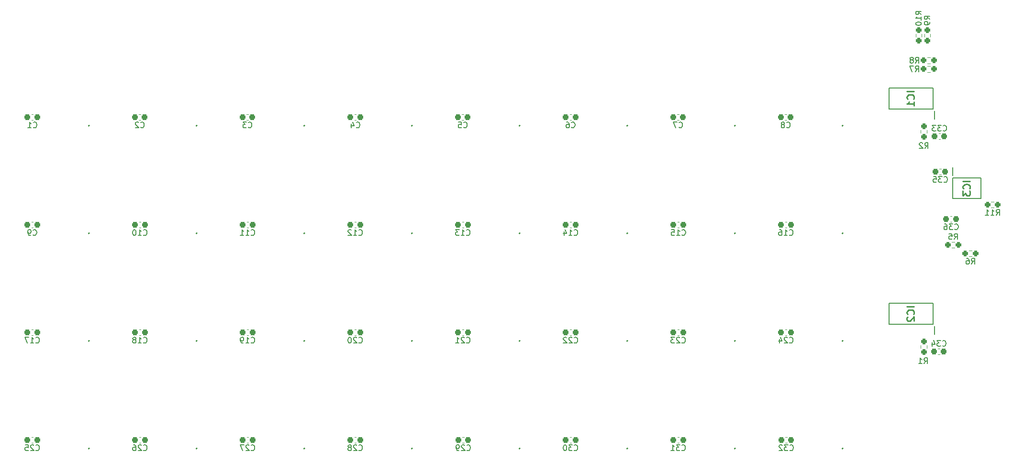
<source format=gbo>
%TF.GenerationSoftware,KiCad,Pcbnew,(6.0.8)*%
%TF.CreationDate,2023-01-16T16:58:48+01:00*%
%TF.ProjectId,The Macruwu 2.0,54686520-4d61-4637-9275-777520322e30,rev?*%
%TF.SameCoordinates,Original*%
%TF.FileFunction,Legend,Bot*%
%TF.FilePolarity,Positive*%
%FSLAX46Y46*%
G04 Gerber Fmt 4.6, Leading zero omitted, Abs format (unit mm)*
G04 Created by KiCad (PCBNEW (6.0.8)) date 2023-01-16 16:58:48*
%MOMM*%
%LPD*%
G01*
G04 APERTURE LIST*
G04 Aperture macros list*
%AMRoundRect*
0 Rectangle with rounded corners*
0 $1 Rounding radius*
0 $2 $3 $4 $5 $6 $7 $8 $9 X,Y pos of 4 corners*
0 Add a 4 corners polygon primitive as box body*
4,1,4,$2,$3,$4,$5,$6,$7,$8,$9,$2,$3,0*
0 Add four circle primitives for the rounded corners*
1,1,$1+$1,$2,$3*
1,1,$1+$1,$4,$5*
1,1,$1+$1,$6,$7*
1,1,$1+$1,$8,$9*
0 Add four rect primitives between the rounded corners*
20,1,$1+$1,$2,$3,$4,$5,0*
20,1,$1+$1,$4,$5,$6,$7,0*
20,1,$1+$1,$6,$7,$8,$9,0*
20,1,$1+$1,$8,$9,$2,$3,0*%
G04 Aperture macros list end*
%ADD10C,0.150000*%
%ADD11C,0.254000*%
%ADD12C,0.200000*%
%ADD13C,0.120000*%
%ADD14C,1.900000*%
%ADD15C,3.990000*%
%ADD16C,3.000000*%
%ADD17R,2.600000X2.600000*%
%ADD18R,2.540000X2.540000*%
%ADD19R,2.000000X0.820000*%
%ADD20R,1.000000X1.000000*%
%ADD21O,1.000000X1.000000*%
%ADD22RoundRect,0.237500X-0.300000X-0.237500X0.300000X-0.237500X0.300000X0.237500X-0.300000X0.237500X0*%
%ADD23RoundRect,0.237500X0.250000X0.237500X-0.250000X0.237500X-0.250000X-0.237500X0.250000X-0.237500X0*%
%ADD24RoundRect,0.237500X-0.237500X0.250000X-0.237500X-0.250000X0.237500X-0.250000X0.237500X0.250000X0*%
%ADD25R,0.450000X1.475000*%
%ADD26RoundRect,0.237500X0.237500X-0.250000X0.237500X0.250000X-0.237500X0.250000X-0.237500X-0.250000X0*%
%ADD27RoundRect,0.237500X-0.250000X-0.237500X0.250000X-0.237500X0.250000X0.237500X-0.250000X0.237500X0*%
%ADD28RoundRect,0.237500X0.300000X0.237500X-0.300000X0.237500X-0.300000X-0.237500X0.300000X-0.237500X0*%
G04 APERTURE END LIST*
D10*
%TO.C,C9*%
X64403666Y-77479142D02*
X64451285Y-77526761D01*
X64594142Y-77574380D01*
X64689380Y-77574380D01*
X64832238Y-77526761D01*
X64927476Y-77431523D01*
X64975095Y-77336285D01*
X65022714Y-77145809D01*
X65022714Y-77002952D01*
X64975095Y-76812476D01*
X64927476Y-76717238D01*
X64832238Y-76622000D01*
X64689380Y-76574380D01*
X64594142Y-76574380D01*
X64451285Y-76622000D01*
X64403666Y-76669619D01*
X63927476Y-77574380D02*
X63737000Y-77574380D01*
X63641761Y-77526761D01*
X63594142Y-77479142D01*
X63498904Y-77336285D01*
X63451285Y-77145809D01*
X63451285Y-76764857D01*
X63498904Y-76669619D01*
X63546523Y-76622000D01*
X63641761Y-76574380D01*
X63832238Y-76574380D01*
X63927476Y-76622000D01*
X63975095Y-76669619D01*
X64022714Y-76764857D01*
X64022714Y-77002952D01*
X63975095Y-77098190D01*
X63927476Y-77145809D01*
X63832238Y-77193428D01*
X63641761Y-77193428D01*
X63546523Y-77145809D01*
X63498904Y-77098190D01*
X63451285Y-77002952D01*
%TO.C,R5*%
X227369666Y-78270380D02*
X227703000Y-77794190D01*
X227941095Y-78270380D02*
X227941095Y-77270380D01*
X227560142Y-77270380D01*
X227464904Y-77318000D01*
X227417285Y-77365619D01*
X227369666Y-77460857D01*
X227369666Y-77603714D01*
X227417285Y-77698952D01*
X227464904Y-77746571D01*
X227560142Y-77794190D01*
X227941095Y-77794190D01*
X226464904Y-77270380D02*
X226941095Y-77270380D01*
X226988714Y-77746571D01*
X226941095Y-77698952D01*
X226845857Y-77651333D01*
X226607761Y-77651333D01*
X226512523Y-77698952D01*
X226464904Y-77746571D01*
X226417285Y-77841809D01*
X226417285Y-78079904D01*
X226464904Y-78175142D01*
X226512523Y-78222761D01*
X226607761Y-78270380D01*
X226845857Y-78270380D01*
X226941095Y-78222761D01*
X226988714Y-78175142D01*
%TO.C,C7*%
X178677166Y-58429142D02*
X178724785Y-58476761D01*
X178867642Y-58524380D01*
X178962880Y-58524380D01*
X179105738Y-58476761D01*
X179200976Y-58381523D01*
X179248595Y-58286285D01*
X179296214Y-58095809D01*
X179296214Y-57952952D01*
X179248595Y-57762476D01*
X179200976Y-57667238D01*
X179105738Y-57572000D01*
X178962880Y-57524380D01*
X178867642Y-57524380D01*
X178724785Y-57572000D01*
X178677166Y-57619619D01*
X178343833Y-57524380D02*
X177677166Y-57524380D01*
X178105738Y-58524380D01*
%TO.C,C2*%
X83427166Y-58429142D02*
X83474785Y-58476761D01*
X83617642Y-58524380D01*
X83712880Y-58524380D01*
X83855738Y-58476761D01*
X83950976Y-58381523D01*
X83998595Y-58286285D01*
X84046214Y-58095809D01*
X84046214Y-57952952D01*
X83998595Y-57762476D01*
X83950976Y-57667238D01*
X83855738Y-57572000D01*
X83712880Y-57524380D01*
X83617642Y-57524380D01*
X83474785Y-57572000D01*
X83427166Y-57619619D01*
X83046214Y-57619619D02*
X82998595Y-57572000D01*
X82903357Y-57524380D01*
X82665261Y-57524380D01*
X82570023Y-57572000D01*
X82522404Y-57619619D01*
X82474785Y-57714857D01*
X82474785Y-57810095D01*
X82522404Y-57952952D01*
X83093833Y-58524380D01*
X82474785Y-58524380D01*
%TO.C,C20*%
X122029857Y-96529142D02*
X122077476Y-96576761D01*
X122220333Y-96624380D01*
X122315571Y-96624380D01*
X122458428Y-96576761D01*
X122553666Y-96481523D01*
X122601285Y-96386285D01*
X122648904Y-96195809D01*
X122648904Y-96052952D01*
X122601285Y-95862476D01*
X122553666Y-95767238D01*
X122458428Y-95672000D01*
X122315571Y-95624380D01*
X122220333Y-95624380D01*
X122077476Y-95672000D01*
X122029857Y-95719619D01*
X121648904Y-95719619D02*
X121601285Y-95672000D01*
X121506047Y-95624380D01*
X121267952Y-95624380D01*
X121172714Y-95672000D01*
X121125095Y-95719619D01*
X121077476Y-95814857D01*
X121077476Y-95910095D01*
X121125095Y-96052952D01*
X121696523Y-96624380D01*
X121077476Y-96624380D01*
X120458428Y-95624380D02*
X120363190Y-95624380D01*
X120267952Y-95672000D01*
X120220333Y-95719619D01*
X120172714Y-95814857D01*
X120125095Y-96005333D01*
X120125095Y-96243428D01*
X120172714Y-96433904D01*
X120220333Y-96529142D01*
X120267952Y-96576761D01*
X120363190Y-96624380D01*
X120458428Y-96624380D01*
X120553666Y-96576761D01*
X120601285Y-96529142D01*
X120648904Y-96433904D01*
X120696523Y-96243428D01*
X120696523Y-96005333D01*
X120648904Y-95814857D01*
X120601285Y-95719619D01*
X120553666Y-95672000D01*
X120458428Y-95624380D01*
%TO.C,C24*%
X198229857Y-96529142D02*
X198277476Y-96576761D01*
X198420333Y-96624380D01*
X198515571Y-96624380D01*
X198658428Y-96576761D01*
X198753666Y-96481523D01*
X198801285Y-96386285D01*
X198848904Y-96195809D01*
X198848904Y-96052952D01*
X198801285Y-95862476D01*
X198753666Y-95767238D01*
X198658428Y-95672000D01*
X198515571Y-95624380D01*
X198420333Y-95624380D01*
X198277476Y-95672000D01*
X198229857Y-95719619D01*
X197848904Y-95719619D02*
X197801285Y-95672000D01*
X197706047Y-95624380D01*
X197467952Y-95624380D01*
X197372714Y-95672000D01*
X197325095Y-95719619D01*
X197277476Y-95814857D01*
X197277476Y-95910095D01*
X197325095Y-96052952D01*
X197896523Y-96624380D01*
X197277476Y-96624380D01*
X196420333Y-95957714D02*
X196420333Y-96624380D01*
X196658428Y-95576761D02*
X196896523Y-96291047D01*
X196277476Y-96291047D01*
%TO.C,C18*%
X83929857Y-96529142D02*
X83977476Y-96576761D01*
X84120333Y-96624380D01*
X84215571Y-96624380D01*
X84358428Y-96576761D01*
X84453666Y-96481523D01*
X84501285Y-96386285D01*
X84548904Y-96195809D01*
X84548904Y-96052952D01*
X84501285Y-95862476D01*
X84453666Y-95767238D01*
X84358428Y-95672000D01*
X84215571Y-95624380D01*
X84120333Y-95624380D01*
X83977476Y-95672000D01*
X83929857Y-95719619D01*
X82977476Y-96624380D02*
X83548904Y-96624380D01*
X83263190Y-96624380D02*
X83263190Y-95624380D01*
X83358428Y-95767238D01*
X83453666Y-95862476D01*
X83548904Y-95910095D01*
X82406047Y-96052952D02*
X82501285Y-96005333D01*
X82548904Y-95957714D01*
X82596523Y-95862476D01*
X82596523Y-95814857D01*
X82548904Y-95719619D01*
X82501285Y-95672000D01*
X82406047Y-95624380D01*
X82215571Y-95624380D01*
X82120333Y-95672000D01*
X82072714Y-95719619D01*
X82025095Y-95814857D01*
X82025095Y-95862476D01*
X82072714Y-95957714D01*
X82120333Y-96005333D01*
X82215571Y-96052952D01*
X82406047Y-96052952D01*
X82501285Y-96100571D01*
X82548904Y-96148190D01*
X82596523Y-96243428D01*
X82596523Y-96433904D01*
X82548904Y-96529142D01*
X82501285Y-96576761D01*
X82406047Y-96624380D01*
X82215571Y-96624380D01*
X82120333Y-96576761D01*
X82072714Y-96529142D01*
X82025095Y-96433904D01*
X82025095Y-96243428D01*
X82072714Y-96148190D01*
X82120333Y-96100571D01*
X82215571Y-96052952D01*
%TO.C,C1*%
X64428666Y-58429142D02*
X64476285Y-58476761D01*
X64619142Y-58524380D01*
X64714380Y-58524380D01*
X64857238Y-58476761D01*
X64952476Y-58381523D01*
X65000095Y-58286285D01*
X65047714Y-58095809D01*
X65047714Y-57952952D01*
X65000095Y-57762476D01*
X64952476Y-57667238D01*
X64857238Y-57572000D01*
X64714380Y-57524380D01*
X64619142Y-57524380D01*
X64476285Y-57572000D01*
X64428666Y-57619619D01*
X63476285Y-58524380D02*
X64047714Y-58524380D01*
X63762000Y-58524380D02*
X63762000Y-57524380D01*
X63857238Y-57667238D01*
X63952476Y-57762476D01*
X64047714Y-57810095D01*
%TO.C,R1*%
X222035666Y-100274380D02*
X222369000Y-99798190D01*
X222607095Y-100274380D02*
X222607095Y-99274380D01*
X222226142Y-99274380D01*
X222130904Y-99322000D01*
X222083285Y-99369619D01*
X222035666Y-99464857D01*
X222035666Y-99607714D01*
X222083285Y-99702952D01*
X222130904Y-99750571D01*
X222226142Y-99798190D01*
X222607095Y-99798190D01*
X221083285Y-100274380D02*
X221654714Y-100274380D01*
X221369000Y-100274380D02*
X221369000Y-99274380D01*
X221464238Y-99417238D01*
X221559476Y-99512476D01*
X221654714Y-99560095D01*
D11*
%TO.C,IC2*%
X220284523Y-90200238D02*
X219014523Y-90200238D01*
X220163571Y-91530714D02*
X220224047Y-91470238D01*
X220284523Y-91288809D01*
X220284523Y-91167857D01*
X220224047Y-90986428D01*
X220103095Y-90865476D01*
X219982142Y-90805000D01*
X219740238Y-90744523D01*
X219558809Y-90744523D01*
X219316904Y-90805000D01*
X219195952Y-90865476D01*
X219075000Y-90986428D01*
X219014523Y-91167857D01*
X219014523Y-91288809D01*
X219075000Y-91470238D01*
X219135476Y-91530714D01*
X219135476Y-92014523D02*
X219075000Y-92075000D01*
X219014523Y-92195952D01*
X219014523Y-92498333D01*
X219075000Y-92619285D01*
X219135476Y-92679761D01*
X219256428Y-92740238D01*
X219377380Y-92740238D01*
X219558809Y-92679761D01*
X220284523Y-91954047D01*
X220284523Y-92740238D01*
D10*
%TO.C,C19*%
X102979857Y-96529142D02*
X103027476Y-96576761D01*
X103170333Y-96624380D01*
X103265571Y-96624380D01*
X103408428Y-96576761D01*
X103503666Y-96481523D01*
X103551285Y-96386285D01*
X103598904Y-96195809D01*
X103598904Y-96052952D01*
X103551285Y-95862476D01*
X103503666Y-95767238D01*
X103408428Y-95672000D01*
X103265571Y-95624380D01*
X103170333Y-95624380D01*
X103027476Y-95672000D01*
X102979857Y-95719619D01*
X102027476Y-96624380D02*
X102598904Y-96624380D01*
X102313190Y-96624380D02*
X102313190Y-95624380D01*
X102408428Y-95767238D01*
X102503666Y-95862476D01*
X102598904Y-95910095D01*
X101551285Y-96624380D02*
X101360809Y-96624380D01*
X101265571Y-96576761D01*
X101217952Y-96529142D01*
X101122714Y-96386285D01*
X101075095Y-96195809D01*
X101075095Y-95814857D01*
X101122714Y-95719619D01*
X101170333Y-95672000D01*
X101265571Y-95624380D01*
X101456047Y-95624380D01*
X101551285Y-95672000D01*
X101598904Y-95719619D01*
X101646523Y-95814857D01*
X101646523Y-96052952D01*
X101598904Y-96148190D01*
X101551285Y-96195809D01*
X101456047Y-96243428D01*
X101265571Y-96243428D01*
X101170333Y-96195809D01*
X101122714Y-96148190D01*
X101075095Y-96052952D01*
%TO.C,C22*%
X160129857Y-96529142D02*
X160177476Y-96576761D01*
X160320333Y-96624380D01*
X160415571Y-96624380D01*
X160558428Y-96576761D01*
X160653666Y-96481523D01*
X160701285Y-96386285D01*
X160748904Y-96195809D01*
X160748904Y-96052952D01*
X160701285Y-95862476D01*
X160653666Y-95767238D01*
X160558428Y-95672000D01*
X160415571Y-95624380D01*
X160320333Y-95624380D01*
X160177476Y-95672000D01*
X160129857Y-95719619D01*
X159748904Y-95719619D02*
X159701285Y-95672000D01*
X159606047Y-95624380D01*
X159367952Y-95624380D01*
X159272714Y-95672000D01*
X159225095Y-95719619D01*
X159177476Y-95814857D01*
X159177476Y-95910095D01*
X159225095Y-96052952D01*
X159796523Y-96624380D01*
X159177476Y-96624380D01*
X158796523Y-95719619D02*
X158748904Y-95672000D01*
X158653666Y-95624380D01*
X158415571Y-95624380D01*
X158320333Y-95672000D01*
X158272714Y-95719619D01*
X158225095Y-95814857D01*
X158225095Y-95910095D01*
X158272714Y-96052952D01*
X158844142Y-96624380D01*
X158225095Y-96624380D01*
%TO.C,C11*%
X102979857Y-77479142D02*
X103027476Y-77526761D01*
X103170333Y-77574380D01*
X103265571Y-77574380D01*
X103408428Y-77526761D01*
X103503666Y-77431523D01*
X103551285Y-77336285D01*
X103598904Y-77145809D01*
X103598904Y-77002952D01*
X103551285Y-76812476D01*
X103503666Y-76717238D01*
X103408428Y-76622000D01*
X103265571Y-76574380D01*
X103170333Y-76574380D01*
X103027476Y-76622000D01*
X102979857Y-76669619D01*
X102027476Y-77574380D02*
X102598904Y-77574380D01*
X102313190Y-77574380D02*
X102313190Y-76574380D01*
X102408428Y-76717238D01*
X102503666Y-76812476D01*
X102598904Y-76860095D01*
X101075095Y-77574380D02*
X101646523Y-77574380D01*
X101360809Y-77574380D02*
X101360809Y-76574380D01*
X101456047Y-76717238D01*
X101551285Y-76812476D01*
X101646523Y-76860095D01*
%TO.C,C25*%
X64879857Y-115579142D02*
X64927476Y-115626761D01*
X65070333Y-115674380D01*
X65165571Y-115674380D01*
X65308428Y-115626761D01*
X65403666Y-115531523D01*
X65451285Y-115436285D01*
X65498904Y-115245809D01*
X65498904Y-115102952D01*
X65451285Y-114912476D01*
X65403666Y-114817238D01*
X65308428Y-114722000D01*
X65165571Y-114674380D01*
X65070333Y-114674380D01*
X64927476Y-114722000D01*
X64879857Y-114769619D01*
X64498904Y-114769619D02*
X64451285Y-114722000D01*
X64356047Y-114674380D01*
X64117952Y-114674380D01*
X64022714Y-114722000D01*
X63975095Y-114769619D01*
X63927476Y-114864857D01*
X63927476Y-114960095D01*
X63975095Y-115102952D01*
X64546523Y-115674380D01*
X63927476Y-115674380D01*
X63022714Y-114674380D02*
X63498904Y-114674380D01*
X63546523Y-115150571D01*
X63498904Y-115102952D01*
X63403666Y-115055333D01*
X63165571Y-115055333D01*
X63070333Y-115102952D01*
X63022714Y-115150571D01*
X62975095Y-115245809D01*
X62975095Y-115483904D01*
X63022714Y-115579142D01*
X63070333Y-115626761D01*
X63165571Y-115674380D01*
X63403666Y-115674380D01*
X63498904Y-115626761D01*
X63546523Y-115579142D01*
%TO.C,R10*%
X221559380Y-38473142D02*
X221083190Y-38139809D01*
X221559380Y-37901714D02*
X220559380Y-37901714D01*
X220559380Y-38282666D01*
X220607000Y-38377904D01*
X220654619Y-38425523D01*
X220749857Y-38473142D01*
X220892714Y-38473142D01*
X220987952Y-38425523D01*
X221035571Y-38377904D01*
X221083190Y-38282666D01*
X221083190Y-37901714D01*
X221559380Y-39425523D02*
X221559380Y-38854095D01*
X221559380Y-39139809D02*
X220559380Y-39139809D01*
X220702238Y-39044571D01*
X220797476Y-38949333D01*
X220845095Y-38854095D01*
X220559380Y-40044571D02*
X220559380Y-40139809D01*
X220607000Y-40235047D01*
X220654619Y-40282666D01*
X220749857Y-40330285D01*
X220940333Y-40377904D01*
X221178428Y-40377904D01*
X221368904Y-40330285D01*
X221464142Y-40282666D01*
X221511761Y-40235047D01*
X221559380Y-40139809D01*
X221559380Y-40044571D01*
X221511761Y-39949333D01*
X221464142Y-39901714D01*
X221368904Y-39854095D01*
X221178428Y-39806476D01*
X220940333Y-39806476D01*
X220749857Y-39854095D01*
X220654619Y-39901714D01*
X220607000Y-39949333D01*
X220559380Y-40044571D01*
%TO.C,C28*%
X122029857Y-115579142D02*
X122077476Y-115626761D01*
X122220333Y-115674380D01*
X122315571Y-115674380D01*
X122458428Y-115626761D01*
X122553666Y-115531523D01*
X122601285Y-115436285D01*
X122648904Y-115245809D01*
X122648904Y-115102952D01*
X122601285Y-114912476D01*
X122553666Y-114817238D01*
X122458428Y-114722000D01*
X122315571Y-114674380D01*
X122220333Y-114674380D01*
X122077476Y-114722000D01*
X122029857Y-114769619D01*
X121648904Y-114769619D02*
X121601285Y-114722000D01*
X121506047Y-114674380D01*
X121267952Y-114674380D01*
X121172714Y-114722000D01*
X121125095Y-114769619D01*
X121077476Y-114864857D01*
X121077476Y-114960095D01*
X121125095Y-115102952D01*
X121696523Y-115674380D01*
X121077476Y-115674380D01*
X120506047Y-115102952D02*
X120601285Y-115055333D01*
X120648904Y-115007714D01*
X120696523Y-114912476D01*
X120696523Y-114864857D01*
X120648904Y-114769619D01*
X120601285Y-114722000D01*
X120506047Y-114674380D01*
X120315571Y-114674380D01*
X120220333Y-114722000D01*
X120172714Y-114769619D01*
X120125095Y-114864857D01*
X120125095Y-114912476D01*
X120172714Y-115007714D01*
X120220333Y-115055333D01*
X120315571Y-115102952D01*
X120506047Y-115102952D01*
X120601285Y-115150571D01*
X120648904Y-115198190D01*
X120696523Y-115293428D01*
X120696523Y-115483904D01*
X120648904Y-115579142D01*
X120601285Y-115626761D01*
X120506047Y-115674380D01*
X120315571Y-115674380D01*
X120220333Y-115626761D01*
X120172714Y-115579142D01*
X120125095Y-115483904D01*
X120125095Y-115293428D01*
X120172714Y-115198190D01*
X120220333Y-115150571D01*
X120315571Y-115102952D01*
%TO.C,C5*%
X140577166Y-58429142D02*
X140624785Y-58476761D01*
X140767642Y-58524380D01*
X140862880Y-58524380D01*
X141005738Y-58476761D01*
X141100976Y-58381523D01*
X141148595Y-58286285D01*
X141196214Y-58095809D01*
X141196214Y-57952952D01*
X141148595Y-57762476D01*
X141100976Y-57667238D01*
X141005738Y-57572000D01*
X140862880Y-57524380D01*
X140767642Y-57524380D01*
X140624785Y-57572000D01*
X140577166Y-57619619D01*
X139672404Y-57524380D02*
X140148595Y-57524380D01*
X140196214Y-58000571D01*
X140148595Y-57952952D01*
X140053357Y-57905333D01*
X139815261Y-57905333D01*
X139720023Y-57952952D01*
X139672404Y-58000571D01*
X139624785Y-58095809D01*
X139624785Y-58333904D01*
X139672404Y-58429142D01*
X139720023Y-58476761D01*
X139815261Y-58524380D01*
X140053357Y-58524380D01*
X140148595Y-58476761D01*
X140196214Y-58429142D01*
D11*
%TO.C,IC1*%
X220284523Y-52100238D02*
X219014523Y-52100238D01*
X220163571Y-53430714D02*
X220224047Y-53370238D01*
X220284523Y-53188809D01*
X220284523Y-53067857D01*
X220224047Y-52886428D01*
X220103095Y-52765476D01*
X219982142Y-52705000D01*
X219740238Y-52644523D01*
X219558809Y-52644523D01*
X219316904Y-52705000D01*
X219195952Y-52765476D01*
X219075000Y-52886428D01*
X219014523Y-53067857D01*
X219014523Y-53188809D01*
X219075000Y-53370238D01*
X219135476Y-53430714D01*
X220284523Y-54640238D02*
X220284523Y-53914523D01*
X220284523Y-54277380D02*
X219014523Y-54277380D01*
X219195952Y-54156428D01*
X219316904Y-54035476D01*
X219377380Y-53914523D01*
D10*
%TO.C,C35*%
X225559857Y-68081142D02*
X225607476Y-68128761D01*
X225750333Y-68176380D01*
X225845571Y-68176380D01*
X225988428Y-68128761D01*
X226083666Y-68033523D01*
X226131285Y-67938285D01*
X226178904Y-67747809D01*
X226178904Y-67604952D01*
X226131285Y-67414476D01*
X226083666Y-67319238D01*
X225988428Y-67224000D01*
X225845571Y-67176380D01*
X225750333Y-67176380D01*
X225607476Y-67224000D01*
X225559857Y-67271619D01*
X225226523Y-67176380D02*
X224607476Y-67176380D01*
X224940809Y-67557333D01*
X224797952Y-67557333D01*
X224702714Y-67604952D01*
X224655095Y-67652571D01*
X224607476Y-67747809D01*
X224607476Y-67985904D01*
X224655095Y-68081142D01*
X224702714Y-68128761D01*
X224797952Y-68176380D01*
X225083666Y-68176380D01*
X225178904Y-68128761D01*
X225226523Y-68081142D01*
X223702714Y-67176380D02*
X224178904Y-67176380D01*
X224226523Y-67652571D01*
X224178904Y-67604952D01*
X224083666Y-67557333D01*
X223845571Y-67557333D01*
X223750333Y-67604952D01*
X223702714Y-67652571D01*
X223655095Y-67747809D01*
X223655095Y-67985904D01*
X223702714Y-68081142D01*
X223750333Y-68128761D01*
X223845571Y-68176380D01*
X224083666Y-68176380D01*
X224178904Y-68128761D01*
X224226523Y-68081142D01*
%TO.C,R6*%
X230417666Y-82654380D02*
X230751000Y-82178190D01*
X230989095Y-82654380D02*
X230989095Y-81654380D01*
X230608142Y-81654380D01*
X230512904Y-81702000D01*
X230465285Y-81749619D01*
X230417666Y-81844857D01*
X230417666Y-81987714D01*
X230465285Y-82082952D01*
X230512904Y-82130571D01*
X230608142Y-82178190D01*
X230989095Y-82178190D01*
X229560523Y-81654380D02*
X229751000Y-81654380D01*
X229846238Y-81702000D01*
X229893857Y-81749619D01*
X229989095Y-81892476D01*
X230036714Y-82082952D01*
X230036714Y-82463904D01*
X229989095Y-82559142D01*
X229941476Y-82606761D01*
X229846238Y-82654380D01*
X229655761Y-82654380D01*
X229560523Y-82606761D01*
X229512904Y-82559142D01*
X229465285Y-82463904D01*
X229465285Y-82225809D01*
X229512904Y-82130571D01*
X229560523Y-82082952D01*
X229655761Y-82035333D01*
X229846238Y-82035333D01*
X229941476Y-82082952D01*
X229989095Y-82130571D01*
X230036714Y-82225809D01*
%TO.C,R2*%
X222162666Y-62174380D02*
X222496000Y-61698190D01*
X222734095Y-62174380D02*
X222734095Y-61174380D01*
X222353142Y-61174380D01*
X222257904Y-61222000D01*
X222210285Y-61269619D01*
X222162666Y-61364857D01*
X222162666Y-61507714D01*
X222210285Y-61602952D01*
X222257904Y-61650571D01*
X222353142Y-61698190D01*
X222734095Y-61698190D01*
X221781714Y-61269619D02*
X221734095Y-61222000D01*
X221638857Y-61174380D01*
X221400761Y-61174380D01*
X221305523Y-61222000D01*
X221257904Y-61269619D01*
X221210285Y-61364857D01*
X221210285Y-61460095D01*
X221257904Y-61602952D01*
X221829333Y-62174380D01*
X221210285Y-62174380D01*
%TO.C,C14*%
X160129857Y-77479142D02*
X160177476Y-77526761D01*
X160320333Y-77574380D01*
X160415571Y-77574380D01*
X160558428Y-77526761D01*
X160653666Y-77431523D01*
X160701285Y-77336285D01*
X160748904Y-77145809D01*
X160748904Y-77002952D01*
X160701285Y-76812476D01*
X160653666Y-76717238D01*
X160558428Y-76622000D01*
X160415571Y-76574380D01*
X160320333Y-76574380D01*
X160177476Y-76622000D01*
X160129857Y-76669619D01*
X159177476Y-77574380D02*
X159748904Y-77574380D01*
X159463190Y-77574380D02*
X159463190Y-76574380D01*
X159558428Y-76717238D01*
X159653666Y-76812476D01*
X159748904Y-76860095D01*
X158320333Y-76907714D02*
X158320333Y-77574380D01*
X158558428Y-76526761D02*
X158796523Y-77241047D01*
X158177476Y-77241047D01*
%TO.C,C34*%
X225305857Y-97098142D02*
X225353476Y-97145761D01*
X225496333Y-97193380D01*
X225591571Y-97193380D01*
X225734428Y-97145761D01*
X225829666Y-97050523D01*
X225877285Y-96955285D01*
X225924904Y-96764809D01*
X225924904Y-96621952D01*
X225877285Y-96431476D01*
X225829666Y-96336238D01*
X225734428Y-96241000D01*
X225591571Y-96193380D01*
X225496333Y-96193380D01*
X225353476Y-96241000D01*
X225305857Y-96288619D01*
X224972523Y-96193380D02*
X224353476Y-96193380D01*
X224686809Y-96574333D01*
X224543952Y-96574333D01*
X224448714Y-96621952D01*
X224401095Y-96669571D01*
X224353476Y-96764809D01*
X224353476Y-97002904D01*
X224401095Y-97098142D01*
X224448714Y-97145761D01*
X224543952Y-97193380D01*
X224829666Y-97193380D01*
X224924904Y-97145761D01*
X224972523Y-97098142D01*
X223496333Y-96526714D02*
X223496333Y-97193380D01*
X223734428Y-96145761D02*
X223972523Y-96860047D01*
X223353476Y-96860047D01*
%TO.C,C32*%
X198281357Y-115579142D02*
X198328976Y-115626761D01*
X198471833Y-115674380D01*
X198567071Y-115674380D01*
X198709928Y-115626761D01*
X198805166Y-115531523D01*
X198852785Y-115436285D01*
X198900404Y-115245809D01*
X198900404Y-115102952D01*
X198852785Y-114912476D01*
X198805166Y-114817238D01*
X198709928Y-114722000D01*
X198567071Y-114674380D01*
X198471833Y-114674380D01*
X198328976Y-114722000D01*
X198281357Y-114769619D01*
X197948023Y-114674380D02*
X197328976Y-114674380D01*
X197662309Y-115055333D01*
X197519452Y-115055333D01*
X197424214Y-115102952D01*
X197376595Y-115150571D01*
X197328976Y-115245809D01*
X197328976Y-115483904D01*
X197376595Y-115579142D01*
X197424214Y-115626761D01*
X197519452Y-115674380D01*
X197805166Y-115674380D01*
X197900404Y-115626761D01*
X197948023Y-115579142D01*
X196948023Y-114769619D02*
X196900404Y-114722000D01*
X196805166Y-114674380D01*
X196567071Y-114674380D01*
X196471833Y-114722000D01*
X196424214Y-114769619D01*
X196376595Y-114864857D01*
X196376595Y-114960095D01*
X196424214Y-115102952D01*
X196995642Y-115674380D01*
X196376595Y-115674380D01*
%TO.C,C13*%
X141079857Y-77479142D02*
X141127476Y-77526761D01*
X141270333Y-77574380D01*
X141365571Y-77574380D01*
X141508428Y-77526761D01*
X141603666Y-77431523D01*
X141651285Y-77336285D01*
X141698904Y-77145809D01*
X141698904Y-77002952D01*
X141651285Y-76812476D01*
X141603666Y-76717238D01*
X141508428Y-76622000D01*
X141365571Y-76574380D01*
X141270333Y-76574380D01*
X141127476Y-76622000D01*
X141079857Y-76669619D01*
X140127476Y-77574380D02*
X140698904Y-77574380D01*
X140413190Y-77574380D02*
X140413190Y-76574380D01*
X140508428Y-76717238D01*
X140603666Y-76812476D01*
X140698904Y-76860095D01*
X139794142Y-76574380D02*
X139175095Y-76574380D01*
X139508428Y-76955333D01*
X139365571Y-76955333D01*
X139270333Y-77002952D01*
X139222714Y-77050571D01*
X139175095Y-77145809D01*
X139175095Y-77383904D01*
X139222714Y-77479142D01*
X139270333Y-77526761D01*
X139365571Y-77574380D01*
X139651285Y-77574380D01*
X139746523Y-77526761D01*
X139794142Y-77479142D01*
%TO.C,C17*%
X64879857Y-96529142D02*
X64927476Y-96576761D01*
X65070333Y-96624380D01*
X65165571Y-96624380D01*
X65308428Y-96576761D01*
X65403666Y-96481523D01*
X65451285Y-96386285D01*
X65498904Y-96195809D01*
X65498904Y-96052952D01*
X65451285Y-95862476D01*
X65403666Y-95767238D01*
X65308428Y-95672000D01*
X65165571Y-95624380D01*
X65070333Y-95624380D01*
X64927476Y-95672000D01*
X64879857Y-95719619D01*
X63927476Y-96624380D02*
X64498904Y-96624380D01*
X64213190Y-96624380D02*
X64213190Y-95624380D01*
X64308428Y-95767238D01*
X64403666Y-95862476D01*
X64498904Y-95910095D01*
X63594142Y-95624380D02*
X62927476Y-95624380D01*
X63356047Y-96624380D01*
%TO.C,C16*%
X198229857Y-77479142D02*
X198277476Y-77526761D01*
X198420333Y-77574380D01*
X198515571Y-77574380D01*
X198658428Y-77526761D01*
X198753666Y-77431523D01*
X198801285Y-77336285D01*
X198848904Y-77145809D01*
X198848904Y-77002952D01*
X198801285Y-76812476D01*
X198753666Y-76717238D01*
X198658428Y-76622000D01*
X198515571Y-76574380D01*
X198420333Y-76574380D01*
X198277476Y-76622000D01*
X198229857Y-76669619D01*
X197277476Y-77574380D02*
X197848904Y-77574380D01*
X197563190Y-77574380D02*
X197563190Y-76574380D01*
X197658428Y-76717238D01*
X197753666Y-76812476D01*
X197848904Y-76860095D01*
X196420333Y-76574380D02*
X196610809Y-76574380D01*
X196706047Y-76622000D01*
X196753666Y-76669619D01*
X196848904Y-76812476D01*
X196896523Y-77002952D01*
X196896523Y-77383904D01*
X196848904Y-77479142D01*
X196801285Y-77526761D01*
X196706047Y-77574380D01*
X196515571Y-77574380D01*
X196420333Y-77526761D01*
X196372714Y-77479142D01*
X196325095Y-77383904D01*
X196325095Y-77145809D01*
X196372714Y-77050571D01*
X196420333Y-77002952D01*
X196515571Y-76955333D01*
X196706047Y-76955333D01*
X196801285Y-77002952D01*
X196848904Y-77050571D01*
X196896523Y-77145809D01*
%TO.C,R9*%
X223083380Y-39330333D02*
X222607190Y-38997000D01*
X223083380Y-38758904D02*
X222083380Y-38758904D01*
X222083380Y-39139857D01*
X222131000Y-39235095D01*
X222178619Y-39282714D01*
X222273857Y-39330333D01*
X222416714Y-39330333D01*
X222511952Y-39282714D01*
X222559571Y-39235095D01*
X222607190Y-39139857D01*
X222607190Y-38758904D01*
X223083380Y-39806523D02*
X223083380Y-39997000D01*
X223035761Y-40092238D01*
X222988142Y-40139857D01*
X222845285Y-40235095D01*
X222654809Y-40282714D01*
X222273857Y-40282714D01*
X222178619Y-40235095D01*
X222131000Y-40187476D01*
X222083380Y-40092238D01*
X222083380Y-39901761D01*
X222131000Y-39806523D01*
X222178619Y-39758904D01*
X222273857Y-39711285D01*
X222511952Y-39711285D01*
X222607190Y-39758904D01*
X222654809Y-39806523D01*
X222702428Y-39901761D01*
X222702428Y-40092238D01*
X222654809Y-40187476D01*
X222607190Y-40235095D01*
X222511952Y-40282714D01*
%TO.C,C21*%
X141079857Y-96529142D02*
X141127476Y-96576761D01*
X141270333Y-96624380D01*
X141365571Y-96624380D01*
X141508428Y-96576761D01*
X141603666Y-96481523D01*
X141651285Y-96386285D01*
X141698904Y-96195809D01*
X141698904Y-96052952D01*
X141651285Y-95862476D01*
X141603666Y-95767238D01*
X141508428Y-95672000D01*
X141365571Y-95624380D01*
X141270333Y-95624380D01*
X141127476Y-95672000D01*
X141079857Y-95719619D01*
X140698904Y-95719619D02*
X140651285Y-95672000D01*
X140556047Y-95624380D01*
X140317952Y-95624380D01*
X140222714Y-95672000D01*
X140175095Y-95719619D01*
X140127476Y-95814857D01*
X140127476Y-95910095D01*
X140175095Y-96052952D01*
X140746523Y-96624380D01*
X140127476Y-96624380D01*
X139175095Y-96624380D02*
X139746523Y-96624380D01*
X139460809Y-96624380D02*
X139460809Y-95624380D01*
X139556047Y-95767238D01*
X139651285Y-95862476D01*
X139746523Y-95910095D01*
%TO.C,C27*%
X102979857Y-115579142D02*
X103027476Y-115626761D01*
X103170333Y-115674380D01*
X103265571Y-115674380D01*
X103408428Y-115626761D01*
X103503666Y-115531523D01*
X103551285Y-115436285D01*
X103598904Y-115245809D01*
X103598904Y-115102952D01*
X103551285Y-114912476D01*
X103503666Y-114817238D01*
X103408428Y-114722000D01*
X103265571Y-114674380D01*
X103170333Y-114674380D01*
X103027476Y-114722000D01*
X102979857Y-114769619D01*
X102598904Y-114769619D02*
X102551285Y-114722000D01*
X102456047Y-114674380D01*
X102217952Y-114674380D01*
X102122714Y-114722000D01*
X102075095Y-114769619D01*
X102027476Y-114864857D01*
X102027476Y-114960095D01*
X102075095Y-115102952D01*
X102646523Y-115674380D01*
X102027476Y-115674380D01*
X101694142Y-114674380D02*
X101027476Y-114674380D01*
X101456047Y-115674380D01*
%TO.C,C33*%
X225406357Y-58998142D02*
X225453976Y-59045761D01*
X225596833Y-59093380D01*
X225692071Y-59093380D01*
X225834928Y-59045761D01*
X225930166Y-58950523D01*
X225977785Y-58855285D01*
X226025404Y-58664809D01*
X226025404Y-58521952D01*
X225977785Y-58331476D01*
X225930166Y-58236238D01*
X225834928Y-58141000D01*
X225692071Y-58093380D01*
X225596833Y-58093380D01*
X225453976Y-58141000D01*
X225406357Y-58188619D01*
X225073023Y-58093380D02*
X224453976Y-58093380D01*
X224787309Y-58474333D01*
X224644452Y-58474333D01*
X224549214Y-58521952D01*
X224501595Y-58569571D01*
X224453976Y-58664809D01*
X224453976Y-58902904D01*
X224501595Y-58998142D01*
X224549214Y-59045761D01*
X224644452Y-59093380D01*
X224930166Y-59093380D01*
X225025404Y-59045761D01*
X225073023Y-58998142D01*
X224120642Y-58093380D02*
X223501595Y-58093380D01*
X223834928Y-58474333D01*
X223692071Y-58474333D01*
X223596833Y-58521952D01*
X223549214Y-58569571D01*
X223501595Y-58664809D01*
X223501595Y-58902904D01*
X223549214Y-58998142D01*
X223596833Y-59045761D01*
X223692071Y-59093380D01*
X223977785Y-59093380D01*
X224073023Y-59045761D01*
X224120642Y-58998142D01*
%TO.C,C29*%
X141131357Y-115579142D02*
X141178976Y-115626761D01*
X141321833Y-115674380D01*
X141417071Y-115674380D01*
X141559928Y-115626761D01*
X141655166Y-115531523D01*
X141702785Y-115436285D01*
X141750404Y-115245809D01*
X141750404Y-115102952D01*
X141702785Y-114912476D01*
X141655166Y-114817238D01*
X141559928Y-114722000D01*
X141417071Y-114674380D01*
X141321833Y-114674380D01*
X141178976Y-114722000D01*
X141131357Y-114769619D01*
X140750404Y-114769619D02*
X140702785Y-114722000D01*
X140607547Y-114674380D01*
X140369452Y-114674380D01*
X140274214Y-114722000D01*
X140226595Y-114769619D01*
X140178976Y-114864857D01*
X140178976Y-114960095D01*
X140226595Y-115102952D01*
X140798023Y-115674380D01*
X140178976Y-115674380D01*
X139702785Y-115674380D02*
X139512309Y-115674380D01*
X139417071Y-115626761D01*
X139369452Y-115579142D01*
X139274214Y-115436285D01*
X139226595Y-115245809D01*
X139226595Y-114864857D01*
X139274214Y-114769619D01*
X139321833Y-114722000D01*
X139417071Y-114674380D01*
X139607547Y-114674380D01*
X139702785Y-114722000D01*
X139750404Y-114769619D01*
X139798023Y-114864857D01*
X139798023Y-115102952D01*
X139750404Y-115198190D01*
X139702785Y-115245809D01*
X139607547Y-115293428D01*
X139417071Y-115293428D01*
X139321833Y-115245809D01*
X139274214Y-115198190D01*
X139226595Y-115102952D01*
D11*
%TO.C,IC3*%
X230190523Y-67975238D02*
X228920523Y-67975238D01*
X230069571Y-69305714D02*
X230130047Y-69245238D01*
X230190523Y-69063809D01*
X230190523Y-68942857D01*
X230130047Y-68761428D01*
X230009095Y-68640476D01*
X229888142Y-68580000D01*
X229646238Y-68519523D01*
X229464809Y-68519523D01*
X229222904Y-68580000D01*
X229101952Y-68640476D01*
X228981000Y-68761428D01*
X228920523Y-68942857D01*
X228920523Y-69063809D01*
X228981000Y-69245238D01*
X229041476Y-69305714D01*
X228920523Y-69729047D02*
X228920523Y-70515238D01*
X229404333Y-70091904D01*
X229404333Y-70273333D01*
X229464809Y-70394285D01*
X229525285Y-70454761D01*
X229646238Y-70515238D01*
X229948619Y-70515238D01*
X230069571Y-70454761D01*
X230130047Y-70394285D01*
X230190523Y-70273333D01*
X230190523Y-69910476D01*
X230130047Y-69789523D01*
X230069571Y-69729047D01*
D10*
%TO.C,C31*%
X179179857Y-115579142D02*
X179227476Y-115626761D01*
X179370333Y-115674380D01*
X179465571Y-115674380D01*
X179608428Y-115626761D01*
X179703666Y-115531523D01*
X179751285Y-115436285D01*
X179798904Y-115245809D01*
X179798904Y-115102952D01*
X179751285Y-114912476D01*
X179703666Y-114817238D01*
X179608428Y-114722000D01*
X179465571Y-114674380D01*
X179370333Y-114674380D01*
X179227476Y-114722000D01*
X179179857Y-114769619D01*
X178846523Y-114674380D02*
X178227476Y-114674380D01*
X178560809Y-115055333D01*
X178417952Y-115055333D01*
X178322714Y-115102952D01*
X178275095Y-115150571D01*
X178227476Y-115245809D01*
X178227476Y-115483904D01*
X178275095Y-115579142D01*
X178322714Y-115626761D01*
X178417952Y-115674380D01*
X178703666Y-115674380D01*
X178798904Y-115626761D01*
X178846523Y-115579142D01*
X177275095Y-115674380D02*
X177846523Y-115674380D01*
X177560809Y-115674380D02*
X177560809Y-114674380D01*
X177656047Y-114817238D01*
X177751285Y-114912476D01*
X177846523Y-114960095D01*
%TO.C,C3*%
X102477166Y-58429142D02*
X102524785Y-58476761D01*
X102667642Y-58524380D01*
X102762880Y-58524380D01*
X102905738Y-58476761D01*
X103000976Y-58381523D01*
X103048595Y-58286285D01*
X103096214Y-58095809D01*
X103096214Y-57952952D01*
X103048595Y-57762476D01*
X103000976Y-57667238D01*
X102905738Y-57572000D01*
X102762880Y-57524380D01*
X102667642Y-57524380D01*
X102524785Y-57572000D01*
X102477166Y-57619619D01*
X102143833Y-57524380D02*
X101524785Y-57524380D01*
X101858119Y-57905333D01*
X101715261Y-57905333D01*
X101620023Y-57952952D01*
X101572404Y-58000571D01*
X101524785Y-58095809D01*
X101524785Y-58333904D01*
X101572404Y-58429142D01*
X101620023Y-58476761D01*
X101715261Y-58524380D01*
X102000976Y-58524380D01*
X102096214Y-58476761D01*
X102143833Y-58429142D01*
%TO.C,R8*%
X220511666Y-47061380D02*
X220845000Y-46585190D01*
X221083095Y-47061380D02*
X221083095Y-46061380D01*
X220702142Y-46061380D01*
X220606904Y-46109000D01*
X220559285Y-46156619D01*
X220511666Y-46251857D01*
X220511666Y-46394714D01*
X220559285Y-46489952D01*
X220606904Y-46537571D01*
X220702142Y-46585190D01*
X221083095Y-46585190D01*
X219940238Y-46489952D02*
X220035476Y-46442333D01*
X220083095Y-46394714D01*
X220130714Y-46299476D01*
X220130714Y-46251857D01*
X220083095Y-46156619D01*
X220035476Y-46109000D01*
X219940238Y-46061380D01*
X219749761Y-46061380D01*
X219654523Y-46109000D01*
X219606904Y-46156619D01*
X219559285Y-46251857D01*
X219559285Y-46299476D01*
X219606904Y-46394714D01*
X219654523Y-46442333D01*
X219749761Y-46489952D01*
X219940238Y-46489952D01*
X220035476Y-46537571D01*
X220083095Y-46585190D01*
X220130714Y-46680428D01*
X220130714Y-46870904D01*
X220083095Y-46966142D01*
X220035476Y-47013761D01*
X219940238Y-47061380D01*
X219749761Y-47061380D01*
X219654523Y-47013761D01*
X219606904Y-46966142D01*
X219559285Y-46870904D01*
X219559285Y-46680428D01*
X219606904Y-46585190D01*
X219654523Y-46537571D01*
X219749761Y-46489952D01*
%TO.C,C30*%
X160129857Y-115579142D02*
X160177476Y-115626761D01*
X160320333Y-115674380D01*
X160415571Y-115674380D01*
X160558428Y-115626761D01*
X160653666Y-115531523D01*
X160701285Y-115436285D01*
X160748904Y-115245809D01*
X160748904Y-115102952D01*
X160701285Y-114912476D01*
X160653666Y-114817238D01*
X160558428Y-114722000D01*
X160415571Y-114674380D01*
X160320333Y-114674380D01*
X160177476Y-114722000D01*
X160129857Y-114769619D01*
X159796523Y-114674380D02*
X159177476Y-114674380D01*
X159510809Y-115055333D01*
X159367952Y-115055333D01*
X159272714Y-115102952D01*
X159225095Y-115150571D01*
X159177476Y-115245809D01*
X159177476Y-115483904D01*
X159225095Y-115579142D01*
X159272714Y-115626761D01*
X159367952Y-115674380D01*
X159653666Y-115674380D01*
X159748904Y-115626761D01*
X159796523Y-115579142D01*
X158558428Y-114674380D02*
X158463190Y-114674380D01*
X158367952Y-114722000D01*
X158320333Y-114769619D01*
X158272714Y-114864857D01*
X158225095Y-115055333D01*
X158225095Y-115293428D01*
X158272714Y-115483904D01*
X158320333Y-115579142D01*
X158367952Y-115626761D01*
X158463190Y-115674380D01*
X158558428Y-115674380D01*
X158653666Y-115626761D01*
X158701285Y-115579142D01*
X158748904Y-115483904D01*
X158796523Y-115293428D01*
X158796523Y-115055333D01*
X158748904Y-114864857D01*
X158701285Y-114769619D01*
X158653666Y-114722000D01*
X158558428Y-114674380D01*
%TO.C,C26*%
X83929857Y-115579142D02*
X83977476Y-115626761D01*
X84120333Y-115674380D01*
X84215571Y-115674380D01*
X84358428Y-115626761D01*
X84453666Y-115531523D01*
X84501285Y-115436285D01*
X84548904Y-115245809D01*
X84548904Y-115102952D01*
X84501285Y-114912476D01*
X84453666Y-114817238D01*
X84358428Y-114722000D01*
X84215571Y-114674380D01*
X84120333Y-114674380D01*
X83977476Y-114722000D01*
X83929857Y-114769619D01*
X83548904Y-114769619D02*
X83501285Y-114722000D01*
X83406047Y-114674380D01*
X83167952Y-114674380D01*
X83072714Y-114722000D01*
X83025095Y-114769619D01*
X82977476Y-114864857D01*
X82977476Y-114960095D01*
X83025095Y-115102952D01*
X83596523Y-115674380D01*
X82977476Y-115674380D01*
X82120333Y-114674380D02*
X82310809Y-114674380D01*
X82406047Y-114722000D01*
X82453666Y-114769619D01*
X82548904Y-114912476D01*
X82596523Y-115102952D01*
X82596523Y-115483904D01*
X82548904Y-115579142D01*
X82501285Y-115626761D01*
X82406047Y-115674380D01*
X82215571Y-115674380D01*
X82120333Y-115626761D01*
X82072714Y-115579142D01*
X82025095Y-115483904D01*
X82025095Y-115245809D01*
X82072714Y-115150571D01*
X82120333Y-115102952D01*
X82215571Y-115055333D01*
X82406047Y-115055333D01*
X82501285Y-115102952D01*
X82548904Y-115150571D01*
X82596523Y-115245809D01*
%TO.C,C6*%
X159653666Y-58429142D02*
X159701285Y-58476761D01*
X159844142Y-58524380D01*
X159939380Y-58524380D01*
X160082238Y-58476761D01*
X160177476Y-58381523D01*
X160225095Y-58286285D01*
X160272714Y-58095809D01*
X160272714Y-57952952D01*
X160225095Y-57762476D01*
X160177476Y-57667238D01*
X160082238Y-57572000D01*
X159939380Y-57524380D01*
X159844142Y-57524380D01*
X159701285Y-57572000D01*
X159653666Y-57619619D01*
X158796523Y-57524380D02*
X158987000Y-57524380D01*
X159082238Y-57572000D01*
X159129857Y-57619619D01*
X159225095Y-57762476D01*
X159272714Y-57952952D01*
X159272714Y-58333904D01*
X159225095Y-58429142D01*
X159177476Y-58476761D01*
X159082238Y-58524380D01*
X158891761Y-58524380D01*
X158796523Y-58476761D01*
X158748904Y-58429142D01*
X158701285Y-58333904D01*
X158701285Y-58095809D01*
X158748904Y-58000571D01*
X158796523Y-57952952D01*
X158891761Y-57905333D01*
X159082238Y-57905333D01*
X159177476Y-57952952D01*
X159225095Y-58000571D01*
X159272714Y-58095809D01*
%TO.C,C12*%
X122029857Y-77479142D02*
X122077476Y-77526761D01*
X122220333Y-77574380D01*
X122315571Y-77574380D01*
X122458428Y-77526761D01*
X122553666Y-77431523D01*
X122601285Y-77336285D01*
X122648904Y-77145809D01*
X122648904Y-77002952D01*
X122601285Y-76812476D01*
X122553666Y-76717238D01*
X122458428Y-76622000D01*
X122315571Y-76574380D01*
X122220333Y-76574380D01*
X122077476Y-76622000D01*
X122029857Y-76669619D01*
X121077476Y-77574380D02*
X121648904Y-77574380D01*
X121363190Y-77574380D02*
X121363190Y-76574380D01*
X121458428Y-76717238D01*
X121553666Y-76812476D01*
X121648904Y-76860095D01*
X120696523Y-76669619D02*
X120648904Y-76622000D01*
X120553666Y-76574380D01*
X120315571Y-76574380D01*
X120220333Y-76622000D01*
X120172714Y-76669619D01*
X120125095Y-76764857D01*
X120125095Y-76860095D01*
X120172714Y-77002952D01*
X120744142Y-77574380D01*
X120125095Y-77574380D01*
%TO.C,C10*%
X83929857Y-77479142D02*
X83977476Y-77526761D01*
X84120333Y-77574380D01*
X84215571Y-77574380D01*
X84358428Y-77526761D01*
X84453666Y-77431523D01*
X84501285Y-77336285D01*
X84548904Y-77145809D01*
X84548904Y-77002952D01*
X84501285Y-76812476D01*
X84453666Y-76717238D01*
X84358428Y-76622000D01*
X84215571Y-76574380D01*
X84120333Y-76574380D01*
X83977476Y-76622000D01*
X83929857Y-76669619D01*
X82977476Y-77574380D02*
X83548904Y-77574380D01*
X83263190Y-77574380D02*
X83263190Y-76574380D01*
X83358428Y-76717238D01*
X83453666Y-76812476D01*
X83548904Y-76860095D01*
X82358428Y-76574380D02*
X82263190Y-76574380D01*
X82167952Y-76622000D01*
X82120333Y-76669619D01*
X82072714Y-76764857D01*
X82025095Y-76955333D01*
X82025095Y-77193428D01*
X82072714Y-77383904D01*
X82120333Y-77479142D01*
X82167952Y-77526761D01*
X82263190Y-77574380D01*
X82358428Y-77574380D01*
X82453666Y-77526761D01*
X82501285Y-77479142D01*
X82548904Y-77383904D01*
X82596523Y-77193428D01*
X82596523Y-76955333D01*
X82548904Y-76764857D01*
X82501285Y-76669619D01*
X82453666Y-76622000D01*
X82358428Y-76574380D01*
%TO.C,R7*%
X220511666Y-48585380D02*
X220845000Y-48109190D01*
X221083095Y-48585380D02*
X221083095Y-47585380D01*
X220702142Y-47585380D01*
X220606904Y-47633000D01*
X220559285Y-47680619D01*
X220511666Y-47775857D01*
X220511666Y-47918714D01*
X220559285Y-48013952D01*
X220606904Y-48061571D01*
X220702142Y-48109190D01*
X221083095Y-48109190D01*
X220178333Y-47585380D02*
X219511666Y-47585380D01*
X219940238Y-48585380D01*
%TO.C,C8*%
X197727166Y-58429142D02*
X197774785Y-58476761D01*
X197917642Y-58524380D01*
X198012880Y-58524380D01*
X198155738Y-58476761D01*
X198250976Y-58381523D01*
X198298595Y-58286285D01*
X198346214Y-58095809D01*
X198346214Y-57952952D01*
X198298595Y-57762476D01*
X198250976Y-57667238D01*
X198155738Y-57572000D01*
X198012880Y-57524380D01*
X197917642Y-57524380D01*
X197774785Y-57572000D01*
X197727166Y-57619619D01*
X197155738Y-57952952D02*
X197250976Y-57905333D01*
X197298595Y-57857714D01*
X197346214Y-57762476D01*
X197346214Y-57714857D01*
X197298595Y-57619619D01*
X197250976Y-57572000D01*
X197155738Y-57524380D01*
X196965261Y-57524380D01*
X196870023Y-57572000D01*
X196822404Y-57619619D01*
X196774785Y-57714857D01*
X196774785Y-57762476D01*
X196822404Y-57857714D01*
X196870023Y-57905333D01*
X196965261Y-57952952D01*
X197155738Y-57952952D01*
X197250976Y-58000571D01*
X197298595Y-58048190D01*
X197346214Y-58143428D01*
X197346214Y-58333904D01*
X197298595Y-58429142D01*
X197250976Y-58476761D01*
X197155738Y-58524380D01*
X196965261Y-58524380D01*
X196870023Y-58476761D01*
X196822404Y-58429142D01*
X196774785Y-58333904D01*
X196774785Y-58143428D01*
X196822404Y-58048190D01*
X196870023Y-58000571D01*
X196965261Y-57952952D01*
%TO.C,C23*%
X179179857Y-96529142D02*
X179227476Y-96576761D01*
X179370333Y-96624380D01*
X179465571Y-96624380D01*
X179608428Y-96576761D01*
X179703666Y-96481523D01*
X179751285Y-96386285D01*
X179798904Y-96195809D01*
X179798904Y-96052952D01*
X179751285Y-95862476D01*
X179703666Y-95767238D01*
X179608428Y-95672000D01*
X179465571Y-95624380D01*
X179370333Y-95624380D01*
X179227476Y-95672000D01*
X179179857Y-95719619D01*
X178798904Y-95719619D02*
X178751285Y-95672000D01*
X178656047Y-95624380D01*
X178417952Y-95624380D01*
X178322714Y-95672000D01*
X178275095Y-95719619D01*
X178227476Y-95814857D01*
X178227476Y-95910095D01*
X178275095Y-96052952D01*
X178846523Y-96624380D01*
X178227476Y-96624380D01*
X177894142Y-95624380D02*
X177275095Y-95624380D01*
X177608428Y-96005333D01*
X177465571Y-96005333D01*
X177370333Y-96052952D01*
X177322714Y-96100571D01*
X177275095Y-96195809D01*
X177275095Y-96433904D01*
X177322714Y-96529142D01*
X177370333Y-96576761D01*
X177465571Y-96624380D01*
X177751285Y-96624380D01*
X177846523Y-96576761D01*
X177894142Y-96529142D01*
%TO.C,C4*%
X121578666Y-58429142D02*
X121626285Y-58476761D01*
X121769142Y-58524380D01*
X121864380Y-58524380D01*
X122007238Y-58476761D01*
X122102476Y-58381523D01*
X122150095Y-58286285D01*
X122197714Y-58095809D01*
X122197714Y-57952952D01*
X122150095Y-57762476D01*
X122102476Y-57667238D01*
X122007238Y-57572000D01*
X121864380Y-57524380D01*
X121769142Y-57524380D01*
X121626285Y-57572000D01*
X121578666Y-57619619D01*
X120721523Y-57857714D02*
X120721523Y-58524380D01*
X120959619Y-57476761D02*
X121197714Y-58191047D01*
X120578666Y-58191047D01*
%TO.C,C15*%
X179206357Y-77479142D02*
X179253976Y-77526761D01*
X179396833Y-77574380D01*
X179492071Y-77574380D01*
X179634928Y-77526761D01*
X179730166Y-77431523D01*
X179777785Y-77336285D01*
X179825404Y-77145809D01*
X179825404Y-77002952D01*
X179777785Y-76812476D01*
X179730166Y-76717238D01*
X179634928Y-76622000D01*
X179492071Y-76574380D01*
X179396833Y-76574380D01*
X179253976Y-76622000D01*
X179206357Y-76669619D01*
X178253976Y-77574380D02*
X178825404Y-77574380D01*
X178539690Y-77574380D02*
X178539690Y-76574380D01*
X178634928Y-76717238D01*
X178730166Y-76812476D01*
X178825404Y-76860095D01*
X177349214Y-76574380D02*
X177825404Y-76574380D01*
X177873023Y-77050571D01*
X177825404Y-77002952D01*
X177730166Y-76955333D01*
X177492071Y-76955333D01*
X177396833Y-77002952D01*
X177349214Y-77050571D01*
X177301595Y-77145809D01*
X177301595Y-77383904D01*
X177349214Y-77479142D01*
X177396833Y-77526761D01*
X177492071Y-77574380D01*
X177730166Y-77574380D01*
X177825404Y-77526761D01*
X177873023Y-77479142D01*
%TO.C,C36*%
X227464857Y-76463142D02*
X227512476Y-76510761D01*
X227655333Y-76558380D01*
X227750571Y-76558380D01*
X227893428Y-76510761D01*
X227988666Y-76415523D01*
X228036285Y-76320285D01*
X228083904Y-76129809D01*
X228083904Y-75986952D01*
X228036285Y-75796476D01*
X227988666Y-75701238D01*
X227893428Y-75606000D01*
X227750571Y-75558380D01*
X227655333Y-75558380D01*
X227512476Y-75606000D01*
X227464857Y-75653619D01*
X227131523Y-75558380D02*
X226512476Y-75558380D01*
X226845809Y-75939333D01*
X226702952Y-75939333D01*
X226607714Y-75986952D01*
X226560095Y-76034571D01*
X226512476Y-76129809D01*
X226512476Y-76367904D01*
X226560095Y-76463142D01*
X226607714Y-76510761D01*
X226702952Y-76558380D01*
X226988666Y-76558380D01*
X227083904Y-76510761D01*
X227131523Y-76463142D01*
X225655333Y-75558380D02*
X225845809Y-75558380D01*
X225941047Y-75606000D01*
X225988666Y-75653619D01*
X226083904Y-75796476D01*
X226131523Y-75986952D01*
X226131523Y-76367904D01*
X226083904Y-76463142D01*
X226036285Y-76510761D01*
X225941047Y-76558380D01*
X225750571Y-76558380D01*
X225655333Y-76510761D01*
X225607714Y-76463142D01*
X225560095Y-76367904D01*
X225560095Y-76129809D01*
X225607714Y-76034571D01*
X225655333Y-75986952D01*
X225750571Y-75939333D01*
X225941047Y-75939333D01*
X226036285Y-75986952D01*
X226083904Y-76034571D01*
X226131523Y-76129809D01*
%TO.C,R11*%
X234807357Y-74018380D02*
X235140690Y-73542190D01*
X235378785Y-74018380D02*
X235378785Y-73018380D01*
X234997833Y-73018380D01*
X234902595Y-73066000D01*
X234854976Y-73113619D01*
X234807357Y-73208857D01*
X234807357Y-73351714D01*
X234854976Y-73446952D01*
X234902595Y-73494571D01*
X234997833Y-73542190D01*
X235378785Y-73542190D01*
X233854976Y-74018380D02*
X234426404Y-74018380D01*
X234140690Y-74018380D02*
X234140690Y-73018380D01*
X234235928Y-73161238D01*
X234331166Y-73256476D01*
X234426404Y-73304095D01*
X232902595Y-74018380D02*
X233474023Y-74018380D01*
X233188309Y-74018380D02*
X233188309Y-73018380D01*
X233283547Y-73161238D01*
X233378785Y-73256476D01*
X233474023Y-73304095D01*
%TO.C,U3*%
D12*
X112470000Y-58166000D02*
G75*
G03*
X112470000Y-58166000I-100000J0D01*
G01*
%TO.C,U15*%
X188670000Y-77216000D02*
G75*
G03*
X188670000Y-77216000I-100000J0D01*
G01*
%TO.C,U14*%
X169620000Y-77216000D02*
G75*
G03*
X169620000Y-77216000I-100000J0D01*
G01*
%TO.C,U8*%
X207720000Y-58166000D02*
G75*
G03*
X207720000Y-58166000I-100000J0D01*
G01*
%TO.C,U5*%
X150570000Y-58166000D02*
G75*
G03*
X150570000Y-58166000I-100000J0D01*
G01*
%TO.C,U22*%
X169620000Y-96266000D02*
G75*
G03*
X169620000Y-96266000I-100000J0D01*
G01*
%TO.C,U16*%
X207720000Y-77216000D02*
G75*
G03*
X207720000Y-77216000I-100000J0D01*
G01*
%TO.C,U18*%
X93420000Y-96266000D02*
G75*
G03*
X93420000Y-96266000I-100000J0D01*
G01*
%TO.C,U28*%
X131520000Y-115316000D02*
G75*
G03*
X131520000Y-115316000I-100000J0D01*
G01*
%TO.C,U17*%
X74370000Y-96266000D02*
G75*
G03*
X74370000Y-96266000I-100000J0D01*
G01*
%TO.C,U20*%
X131520000Y-96266000D02*
G75*
G03*
X131520000Y-96266000I-100000J0D01*
G01*
%TO.C,U32*%
X207720000Y-115316000D02*
G75*
G03*
X207720000Y-115316000I-100000J0D01*
G01*
%TO.C,U2*%
X93420000Y-58166000D02*
G75*
G03*
X93420000Y-58166000I-100000J0D01*
G01*
%TO.C,U9*%
X74370000Y-77216000D02*
G75*
G03*
X74370000Y-77216000I-100000J0D01*
G01*
%TO.C,U10*%
X93420000Y-77216000D02*
G75*
G03*
X93420000Y-77216000I-100000J0D01*
G01*
%TO.C,U29*%
X150570000Y-115316000D02*
G75*
G03*
X150570000Y-115316000I-100000J0D01*
G01*
%TO.C,U25*%
X74370000Y-115316000D02*
G75*
G03*
X74370000Y-115316000I-100000J0D01*
G01*
%TO.C,U23*%
X188670000Y-96266000D02*
G75*
G03*
X188670000Y-96266000I-100000J0D01*
G01*
%TO.C,U31*%
X188670000Y-115316000D02*
G75*
G03*
X188670000Y-115316000I-100000J0D01*
G01*
%TO.C,U6*%
X169620000Y-58166000D02*
G75*
G03*
X169620000Y-58166000I-100000J0D01*
G01*
%TO.C,U12*%
X131520000Y-77216000D02*
G75*
G03*
X131520000Y-77216000I-100000J0D01*
G01*
%TO.C,U4*%
X131520000Y-58166000D02*
G75*
G03*
X131520000Y-58166000I-100000J0D01*
G01*
%TO.C,U7*%
X188670000Y-58166000D02*
G75*
G03*
X188670000Y-58166000I-100000J0D01*
G01*
%TO.C,U19*%
X112470000Y-96266000D02*
G75*
G03*
X112470000Y-96266000I-100000J0D01*
G01*
%TO.C,U30*%
X169620000Y-115316000D02*
G75*
G03*
X169620000Y-115316000I-100000J0D01*
G01*
%TO.C,U1*%
X74370000Y-58166000D02*
G75*
G03*
X74370000Y-58166000I-100000J0D01*
G01*
%TO.C,U11*%
X112470000Y-77216000D02*
G75*
G03*
X112470000Y-77216000I-100000J0D01*
G01*
%TO.C,U26*%
X93420000Y-115316000D02*
G75*
G03*
X93420000Y-115316000I-100000J0D01*
G01*
%TO.C,U24*%
X207720000Y-96266000D02*
G75*
G03*
X207720000Y-96266000I-100000J0D01*
G01*
%TO.C,U21*%
X150570000Y-96266000D02*
G75*
G03*
X150570000Y-96266000I-100000J0D01*
G01*
%TO.C,U27*%
X112470000Y-115316000D02*
G75*
G03*
X112470000Y-115316000I-100000J0D01*
G01*
%TO.C,U13*%
X150570000Y-77216000D02*
G75*
G03*
X150570000Y-77216000I-100000J0D01*
G01*
D13*
%TO.C,C9*%
X64090733Y-76202000D02*
X64383267Y-76202000D01*
X64090733Y-75182000D02*
X64383267Y-75182000D01*
%TO.C,R5*%
X227457724Y-79770500D02*
X226948276Y-79770500D01*
X227457724Y-78725500D02*
X226948276Y-78725500D01*
%TO.C,C7*%
X178364233Y-57152000D02*
X178656767Y-57152000D01*
X178364233Y-56132000D02*
X178656767Y-56132000D01*
%TO.C,C2*%
X83114233Y-57152000D02*
X83406767Y-57152000D01*
X83114233Y-56132000D02*
X83406767Y-56132000D01*
%TO.C,C20*%
X121240733Y-95252000D02*
X121533267Y-95252000D01*
X121240733Y-94232000D02*
X121533267Y-94232000D01*
%TO.C,C24*%
X197440733Y-95252000D02*
X197733267Y-95252000D01*
X197440733Y-94232000D02*
X197733267Y-94232000D01*
%TO.C,C18*%
X83140733Y-95252000D02*
X83433267Y-95252000D01*
X83140733Y-94232000D02*
X83433267Y-94232000D01*
%TO.C,C1*%
X64115733Y-56132000D02*
X64408267Y-56132000D01*
X64115733Y-57152000D02*
X64408267Y-57152000D01*
%TO.C,R1*%
X222518500Y-97027276D02*
X222518500Y-97536724D01*
X221473500Y-97027276D02*
X221473500Y-97536724D01*
D12*
%TO.C,IC2*%
X215810000Y-93290000D02*
X223610000Y-93290000D01*
X223860000Y-95115000D02*
X223860000Y-93640000D01*
X223610000Y-93290000D02*
X223610000Y-89590000D01*
X223610000Y-89590000D02*
X215810000Y-89590000D01*
X215810000Y-89590000D02*
X215810000Y-93290000D01*
D13*
%TO.C,C19*%
X102190733Y-95252000D02*
X102483267Y-95252000D01*
X102190733Y-94232000D02*
X102483267Y-94232000D01*
%TO.C,C22*%
X159340733Y-94232000D02*
X159633267Y-94232000D01*
X159340733Y-95252000D02*
X159633267Y-95252000D01*
%TO.C,C11*%
X102190733Y-76202000D02*
X102483267Y-76202000D01*
X102190733Y-75182000D02*
X102483267Y-75182000D01*
%TO.C,C25*%
X64090733Y-113282000D02*
X64383267Y-113282000D01*
X64090733Y-114302000D02*
X64383267Y-114302000D01*
%TO.C,R10*%
X221629500Y-42418724D02*
X221629500Y-41909276D01*
X220584500Y-42418724D02*
X220584500Y-41909276D01*
%TO.C,C28*%
X121240733Y-113282000D02*
X121533267Y-113282000D01*
X121240733Y-114302000D02*
X121533267Y-114302000D01*
%TO.C,C5*%
X140264233Y-57152000D02*
X140556767Y-57152000D01*
X140264233Y-56132000D02*
X140556767Y-56132000D01*
D12*
%TO.C,IC1*%
X215810000Y-51490000D02*
X215810000Y-55190000D01*
X223610000Y-55190000D02*
X223610000Y-51490000D01*
X223610000Y-51490000D02*
X215810000Y-51490000D01*
X223860000Y-57015000D02*
X223860000Y-55540000D01*
X215810000Y-55190000D02*
X223610000Y-55190000D01*
D13*
%TO.C,C35*%
X224770733Y-65784000D02*
X225063267Y-65784000D01*
X224770733Y-66804000D02*
X225063267Y-66804000D01*
%TO.C,R6*%
X229996276Y-80249500D02*
X230505724Y-80249500D01*
X229996276Y-81294500D02*
X230505724Y-81294500D01*
%TO.C,R2*%
X222518500Y-58927276D02*
X222518500Y-59436724D01*
X221473500Y-58927276D02*
X221473500Y-59436724D01*
%TO.C,C14*%
X159340733Y-75182000D02*
X159633267Y-75182000D01*
X159340733Y-76202000D02*
X159633267Y-76202000D01*
%TO.C,C34*%
X224809267Y-98681000D02*
X224516733Y-98681000D01*
X224809267Y-97661000D02*
X224516733Y-97661000D01*
%TO.C,C32*%
X197492233Y-114302000D02*
X197784767Y-114302000D01*
X197492233Y-113282000D02*
X197784767Y-113282000D01*
%TO.C,C13*%
X140290733Y-75182000D02*
X140583267Y-75182000D01*
X140290733Y-76202000D02*
X140583267Y-76202000D01*
%TO.C,C17*%
X64090733Y-95252000D02*
X64383267Y-95252000D01*
X64090733Y-94232000D02*
X64383267Y-94232000D01*
%TO.C,C16*%
X197440733Y-76202000D02*
X197733267Y-76202000D01*
X197440733Y-75182000D02*
X197733267Y-75182000D01*
%TO.C,R9*%
X223153500Y-42418724D02*
X223153500Y-41909276D01*
X222108500Y-42418724D02*
X222108500Y-41909276D01*
%TO.C,C21*%
X140290733Y-94232000D02*
X140583267Y-94232000D01*
X140290733Y-95252000D02*
X140583267Y-95252000D01*
%TO.C,C27*%
X102190733Y-113282000D02*
X102483267Y-113282000D01*
X102190733Y-114302000D02*
X102483267Y-114302000D01*
%TO.C,C33*%
X224909767Y-59561000D02*
X224617233Y-59561000D01*
X224909767Y-60581000D02*
X224617233Y-60581000D01*
%TO.C,C29*%
X140342233Y-114302000D02*
X140634767Y-114302000D01*
X140342233Y-113282000D02*
X140634767Y-113282000D01*
D12*
%TO.C,IC3*%
X232116000Y-71065000D02*
X232116000Y-67365000D01*
X227116000Y-67365000D02*
X227116000Y-71065000D01*
X232116000Y-67365000D02*
X227116000Y-67365000D01*
X227091000Y-65540000D02*
X227091000Y-67015000D01*
X227116000Y-71065000D02*
X232116000Y-71065000D01*
D13*
%TO.C,C31*%
X178390733Y-114302000D02*
X178683267Y-114302000D01*
X178390733Y-113282000D02*
X178683267Y-113282000D01*
%TO.C,C3*%
X102164233Y-57152000D02*
X102456767Y-57152000D01*
X102164233Y-56132000D02*
X102456767Y-56132000D01*
%TO.C,R8*%
X222630276Y-46086500D02*
X223139724Y-46086500D01*
X222630276Y-47131500D02*
X223139724Y-47131500D01*
%TO.C,C30*%
X159340733Y-114302000D02*
X159633267Y-114302000D01*
X159340733Y-113282000D02*
X159633267Y-113282000D01*
%TO.C,C26*%
X83140733Y-113282000D02*
X83433267Y-113282000D01*
X83140733Y-114302000D02*
X83433267Y-114302000D01*
%TO.C,C6*%
X159340733Y-57152000D02*
X159633267Y-57152000D01*
X159340733Y-56132000D02*
X159633267Y-56132000D01*
%TO.C,C12*%
X121240733Y-75182000D02*
X121533267Y-75182000D01*
X121240733Y-76202000D02*
X121533267Y-76202000D01*
%TO.C,C10*%
X83140733Y-75182000D02*
X83433267Y-75182000D01*
X83140733Y-76202000D02*
X83433267Y-76202000D01*
%TO.C,R7*%
X222630276Y-47610500D02*
X223139724Y-47610500D01*
X222630276Y-48655500D02*
X223139724Y-48655500D01*
%TO.C,C8*%
X197414233Y-57152000D02*
X197706767Y-57152000D01*
X197414233Y-56132000D02*
X197706767Y-56132000D01*
%TO.C,C23*%
X178390733Y-94232000D02*
X178683267Y-94232000D01*
X178390733Y-95252000D02*
X178683267Y-95252000D01*
%TO.C,C4*%
X121265733Y-56132000D02*
X121558267Y-56132000D01*
X121265733Y-57152000D02*
X121558267Y-57152000D01*
%TO.C,C15*%
X178417233Y-75182000D02*
X178709767Y-75182000D01*
X178417233Y-76202000D02*
X178709767Y-76202000D01*
%TO.C,C36*%
X226675733Y-74166000D02*
X226968267Y-74166000D01*
X226675733Y-75186000D02*
X226968267Y-75186000D01*
%TO.C,R11*%
X233909776Y-71613500D02*
X234419224Y-71613500D01*
X233909776Y-72658500D02*
X234419224Y-72658500D01*
%TD*%
%LPC*%
D14*
%TO.C,U3*%
X113806000Y-52705000D03*
X102806000Y-52705000D03*
D15*
X108306000Y-52705000D03*
D16*
X113306000Y-48955000D03*
X110846000Y-47625000D03*
X104496000Y-50165000D03*
X108306000Y-46755000D03*
D17*
X105031000Y-46755000D03*
D18*
X100745944Y-50165000D03*
D17*
X114596000Y-47625000D03*
X116581000Y-48955000D03*
D19*
X111006000Y-56655000D03*
X111006000Y-58155000D03*
X105606000Y-58155000D03*
X105606000Y-56655000D03*
%TD*%
D16*
%TO.C,U15*%
X184506000Y-65805000D03*
X187046000Y-66675000D03*
X189506000Y-68005000D03*
D15*
X184506000Y-71755000D03*
D14*
X179006000Y-71755000D03*
D16*
X180696000Y-69215000D03*
D14*
X190006000Y-71755000D03*
D17*
X181231000Y-65805000D03*
D18*
X176945944Y-69215000D03*
D17*
X190796000Y-66675000D03*
X192781000Y-68005000D03*
D19*
X187206000Y-75705000D03*
X187206000Y-77205000D03*
X181806000Y-77205000D03*
X181806000Y-75705000D03*
%TD*%
D16*
%TO.C,U14*%
X161646000Y-69215000D03*
X165456000Y-65805000D03*
D15*
X165456000Y-71755000D03*
D16*
X170456000Y-68005000D03*
D14*
X159956000Y-71755000D03*
X170956000Y-71755000D03*
D16*
X167996000Y-66675000D03*
D18*
X157895944Y-69215000D03*
D17*
X162181000Y-65805000D03*
X171746000Y-66675000D03*
X173731000Y-68005000D03*
D19*
X168156000Y-75705000D03*
X168156000Y-77205000D03*
X162756000Y-77205000D03*
X162756000Y-75705000D03*
%TD*%
D16*
%TO.C,U8*%
X199746000Y-50165000D03*
X206096000Y-47625000D03*
D14*
X209056000Y-52705000D03*
X198056000Y-52705000D03*
D16*
X208556000Y-48955000D03*
D15*
X203556000Y-52705000D03*
D16*
X203556000Y-46755000D03*
D17*
X200281000Y-46755000D03*
D18*
X195995944Y-50165000D03*
D17*
X211831000Y-48955000D03*
X209846000Y-47625000D03*
D19*
X206256000Y-56655000D03*
X206256000Y-58155000D03*
X200856000Y-58155000D03*
X200856000Y-56655000D03*
%TD*%
D14*
%TO.C,U5*%
X151906000Y-52705000D03*
X140906000Y-52705000D03*
D15*
X146406000Y-52705000D03*
D16*
X146406000Y-46755000D03*
X148946000Y-47625000D03*
X151406000Y-48955000D03*
X142596000Y-50165000D03*
D18*
X138845944Y-50165000D03*
D17*
X143131000Y-46755000D03*
X152696000Y-47625000D03*
X154681000Y-48955000D03*
D19*
X149106000Y-56655000D03*
X149106000Y-58155000D03*
X143706000Y-58155000D03*
X143706000Y-56655000D03*
%TD*%
D14*
%TO.C,U22*%
X170956000Y-90805000D03*
D15*
X165456000Y-90805000D03*
D16*
X170456000Y-87055000D03*
D14*
X159956000Y-90805000D03*
D16*
X161646000Y-88265000D03*
X167996000Y-85725000D03*
X165456000Y-84855000D03*
D17*
X162181000Y-84855000D03*
D18*
X157895944Y-88265000D03*
D17*
X173731000Y-87055000D03*
X171746000Y-85725000D03*
D19*
X168156000Y-94755000D03*
X168156000Y-96255000D03*
X162756000Y-96255000D03*
X162756000Y-94755000D03*
%TD*%
D16*
%TO.C,U16*%
X203556000Y-65805000D03*
X199746000Y-69215000D03*
D14*
X198056000Y-71755000D03*
D15*
X203556000Y-71755000D03*
D16*
X206096000Y-66675000D03*
X208556000Y-68005000D03*
D14*
X209056000Y-71755000D03*
D17*
X200281000Y-65805000D03*
D18*
X195995944Y-69215000D03*
D17*
X209846000Y-66675000D03*
X211831000Y-68005000D03*
D19*
X206256000Y-75705000D03*
X206256000Y-77205000D03*
X200856000Y-77205000D03*
X200856000Y-75705000D03*
%TD*%
D14*
%TO.C,U18*%
X83756000Y-90805000D03*
D16*
X91796000Y-85725000D03*
X89256000Y-84855000D03*
D14*
X94756000Y-90805000D03*
D15*
X89256000Y-90805000D03*
D16*
X94256000Y-87055000D03*
X85446000Y-88265000D03*
D18*
X81695944Y-88265000D03*
D17*
X85981000Y-84855000D03*
X97531000Y-87055000D03*
X95546000Y-85725000D03*
D19*
X91956000Y-94755000D03*
X91956000Y-96255000D03*
X86556000Y-96255000D03*
X86556000Y-94755000D03*
%TD*%
D16*
%TO.C,U28*%
X132356000Y-106105000D03*
X123546000Y-107315000D03*
X129896000Y-104775000D03*
D14*
X132856000Y-109855000D03*
D15*
X127356000Y-109855000D03*
D16*
X127356000Y-103905000D03*
D14*
X121856000Y-109855000D03*
D18*
X119795944Y-107315000D03*
D17*
X124081000Y-103905000D03*
X133646000Y-104775000D03*
X135631000Y-106105000D03*
D19*
X130056000Y-113805000D03*
X130056000Y-115305000D03*
X124656000Y-115305000D03*
X124656000Y-113805000D03*
%TD*%
D16*
%TO.C,U17*%
X72746000Y-85725000D03*
D14*
X75706000Y-90805000D03*
D15*
X70206000Y-90805000D03*
D14*
X64706000Y-90805000D03*
D16*
X66396000Y-88265000D03*
X75206000Y-87055000D03*
X70206000Y-84855000D03*
D18*
X62645944Y-88265000D03*
D17*
X66931000Y-84855000D03*
X76496000Y-85725000D03*
X78481000Y-87055000D03*
D19*
X72906000Y-94755000D03*
X72906000Y-96255000D03*
X67506000Y-96255000D03*
X67506000Y-94755000D03*
%TD*%
D16*
%TO.C,U20*%
X127356000Y-84855000D03*
D14*
X121856000Y-90805000D03*
D16*
X129896000Y-85725000D03*
X132356000Y-87055000D03*
D15*
X127356000Y-90805000D03*
D16*
X123546000Y-88265000D03*
D14*
X132856000Y-90805000D03*
D17*
X124081000Y-84855000D03*
D18*
X119795944Y-88265000D03*
D17*
X135631000Y-87055000D03*
X133646000Y-85725000D03*
D19*
X130056000Y-94755000D03*
X130056000Y-96255000D03*
X124656000Y-96255000D03*
X124656000Y-94755000D03*
%TD*%
D14*
%TO.C,U32*%
X198056000Y-109855000D03*
D16*
X206096000Y-104775000D03*
X203556000Y-103905000D03*
X199746000Y-107315000D03*
D15*
X203556000Y-109855000D03*
D16*
X208556000Y-106105000D03*
D14*
X209056000Y-109855000D03*
D18*
X195995944Y-107315000D03*
D17*
X200281000Y-103905000D03*
X211831000Y-106105000D03*
X209846000Y-104775000D03*
D19*
X206256000Y-113805000D03*
X206256000Y-115305000D03*
X200856000Y-115305000D03*
X200856000Y-113805000D03*
%TD*%
D14*
%TO.C,U2*%
X83756000Y-52705000D03*
D16*
X91796000Y-47625000D03*
X89256000Y-46755000D03*
D15*
X89256000Y-52705000D03*
D16*
X94256000Y-48955000D03*
D14*
X94756000Y-52705000D03*
D16*
X85446000Y-50165000D03*
D18*
X81695944Y-50165000D03*
D17*
X85981000Y-46755000D03*
X97531000Y-48955000D03*
X95546000Y-47625000D03*
D19*
X91956000Y-56655000D03*
X91956000Y-58155000D03*
X86556000Y-58155000D03*
X86556000Y-56655000D03*
%TD*%
D16*
%TO.C,U9*%
X72746000Y-66675000D03*
X70206000Y-65805000D03*
D14*
X64706000Y-71755000D03*
D16*
X75206000Y-68005000D03*
X66396000Y-69215000D03*
D15*
X70206000Y-71755000D03*
D14*
X75706000Y-71755000D03*
D18*
X62645944Y-69215000D03*
D17*
X66931000Y-65805000D03*
X78481000Y-68005000D03*
X76496000Y-66675000D03*
D19*
X72906000Y-75705000D03*
X72906000Y-77205000D03*
X67506000Y-77205000D03*
X67506000Y-75705000D03*
%TD*%
D16*
%TO.C,U10*%
X94256000Y-68005000D03*
X89256000Y-65805000D03*
X91796000Y-66675000D03*
D15*
X89256000Y-71755000D03*
D16*
X85446000Y-69215000D03*
D14*
X83756000Y-71755000D03*
X94756000Y-71755000D03*
D18*
X81695944Y-69215000D03*
D17*
X85981000Y-65805000D03*
X95546000Y-66675000D03*
X97531000Y-68005000D03*
D19*
X91956000Y-75705000D03*
X91956000Y-77205000D03*
X86556000Y-77205000D03*
X86556000Y-75705000D03*
%TD*%
D16*
%TO.C,U29*%
X142596000Y-107315000D03*
D14*
X151906000Y-109855000D03*
D15*
X146406000Y-109855000D03*
D14*
X140906000Y-109855000D03*
D16*
X151406000Y-106105000D03*
X148946000Y-104775000D03*
X146406000Y-103905000D03*
D18*
X138845944Y-107315000D03*
D17*
X143131000Y-103905000D03*
X154681000Y-106105000D03*
X152696000Y-104775000D03*
D19*
X149106000Y-113805000D03*
X149106000Y-115305000D03*
X143706000Y-115305000D03*
X143706000Y-113805000D03*
%TD*%
D16*
%TO.C,U25*%
X70206000Y-103905000D03*
D14*
X64706000Y-109855000D03*
D16*
X75206000Y-106105000D03*
X66396000Y-107315000D03*
D14*
X75706000Y-109855000D03*
D15*
X70206000Y-109855000D03*
D16*
X72746000Y-104775000D03*
D17*
X66931000Y-103905000D03*
D18*
X62645944Y-107315000D03*
D17*
X76496000Y-104775000D03*
X78481000Y-106105000D03*
D19*
X72906000Y-113805000D03*
X72906000Y-115305000D03*
X67506000Y-115305000D03*
X67506000Y-113805000D03*
%TD*%
D14*
%TO.C,U23*%
X179006000Y-90805000D03*
D16*
X180696000Y-88265000D03*
D15*
X184506000Y-90805000D03*
D16*
X187046000Y-85725000D03*
D14*
X190006000Y-90805000D03*
D16*
X184506000Y-84855000D03*
X189506000Y-87055000D03*
D18*
X176945944Y-88265000D03*
D17*
X181231000Y-84855000D03*
X190796000Y-85725000D03*
X192781000Y-87055000D03*
D19*
X187206000Y-94755000D03*
X187206000Y-96255000D03*
X181806000Y-96255000D03*
X181806000Y-94755000D03*
%TD*%
D16*
%TO.C,U31*%
X189506000Y-106105000D03*
D14*
X190006000Y-109855000D03*
D16*
X180696000Y-107315000D03*
D15*
X184506000Y-109855000D03*
D14*
X179006000Y-109855000D03*
D16*
X184506000Y-103905000D03*
X187046000Y-104775000D03*
D17*
X181231000Y-103905000D03*
D18*
X176945944Y-107315000D03*
D17*
X192781000Y-106105000D03*
X190796000Y-104775000D03*
D19*
X187206000Y-113805000D03*
X187206000Y-115305000D03*
X181806000Y-115305000D03*
X181806000Y-113805000D03*
%TD*%
D16*
%TO.C,U6*%
X167996000Y-47625000D03*
X170456000Y-48955000D03*
X165456000Y-46755000D03*
D14*
X170956000Y-52705000D03*
D16*
X161646000Y-50165000D03*
D14*
X159956000Y-52705000D03*
D15*
X165456000Y-52705000D03*
D18*
X157895944Y-50165000D03*
D17*
X162181000Y-46755000D03*
X173731000Y-48955000D03*
X171746000Y-47625000D03*
D19*
X168156000Y-56655000D03*
X168156000Y-58155000D03*
X162756000Y-58155000D03*
X162756000Y-56655000D03*
%TD*%
D20*
%TO.C,J2*%
X225557000Y-89027000D03*
D21*
X226827000Y-89027000D03*
X228097000Y-89027000D03*
X229367000Y-89027000D03*
%TD*%
D14*
%TO.C,U12*%
X121856000Y-71755000D03*
D16*
X132356000Y-68005000D03*
X123546000Y-69215000D03*
X127356000Y-65805000D03*
D15*
X127356000Y-71755000D03*
D16*
X129896000Y-66675000D03*
D14*
X132856000Y-71755000D03*
D17*
X124081000Y-65805000D03*
D18*
X119795944Y-69215000D03*
D17*
X135631000Y-68005000D03*
X133646000Y-66675000D03*
D19*
X130056000Y-75705000D03*
X130056000Y-77205000D03*
X124656000Y-77205000D03*
X124656000Y-75705000D03*
%TD*%
D15*
%TO.C,U4*%
X127356000Y-52705000D03*
D14*
X121856000Y-52705000D03*
X132856000Y-52705000D03*
D16*
X127356000Y-46755000D03*
X129896000Y-47625000D03*
X132356000Y-48955000D03*
X123546000Y-50165000D03*
D17*
X124081000Y-46755000D03*
D18*
X119795944Y-50165000D03*
D17*
X135631000Y-48955000D03*
X133646000Y-47625000D03*
D19*
X130056000Y-56655000D03*
X130056000Y-58155000D03*
X124656000Y-58155000D03*
X124656000Y-56655000D03*
%TD*%
D16*
%TO.C,U7*%
X187046000Y-47625000D03*
X180696000Y-50165000D03*
D14*
X190006000Y-52705000D03*
D16*
X184506000Y-46755000D03*
X189506000Y-48955000D03*
D14*
X179006000Y-52705000D03*
D15*
X184506000Y-52705000D03*
D17*
X181231000Y-46755000D03*
D18*
X176945944Y-50165000D03*
D17*
X192781000Y-48955000D03*
X190796000Y-47625000D03*
D19*
X187206000Y-56655000D03*
X187206000Y-58155000D03*
X181806000Y-58155000D03*
X181806000Y-56655000D03*
%TD*%
D20*
%TO.C,J3*%
X225557000Y-93726000D03*
D21*
X226827000Y-93726000D03*
X228097000Y-93726000D03*
X229367000Y-93726000D03*
%TD*%
D16*
%TO.C,U19*%
X108306000Y-84855000D03*
D14*
X113806000Y-90805000D03*
D16*
X104496000Y-88265000D03*
D15*
X108306000Y-90805000D03*
D16*
X110846000Y-85725000D03*
D14*
X102806000Y-90805000D03*
D16*
X113306000Y-87055000D03*
D18*
X100745944Y-88265000D03*
D17*
X105031000Y-84855000D03*
X116581000Y-87055000D03*
X114596000Y-85725000D03*
D19*
X111006000Y-94755000D03*
X111006000Y-96255000D03*
X105606000Y-96255000D03*
X105606000Y-94755000D03*
%TD*%
D20*
%TO.C,J1*%
X225557000Y-83820000D03*
D21*
X226827000Y-83820000D03*
X228097000Y-83820000D03*
X229367000Y-83820000D03*
%TD*%
D14*
%TO.C,U30*%
X170956000Y-109855000D03*
D16*
X167996000Y-104775000D03*
X161646000Y-107315000D03*
X170456000Y-106105000D03*
D15*
X165456000Y-109855000D03*
D14*
X159956000Y-109855000D03*
D16*
X165456000Y-103905000D03*
D17*
X162181000Y-103905000D03*
D18*
X157895944Y-107315000D03*
D17*
X173731000Y-106105000D03*
X171746000Y-104775000D03*
D19*
X168156000Y-113805000D03*
X168156000Y-115305000D03*
X162756000Y-115305000D03*
X162756000Y-113805000D03*
%TD*%
D16*
%TO.C,U1*%
X75206000Y-48955000D03*
X66396000Y-50165000D03*
X72746000Y-47625000D03*
D14*
X64706000Y-52705000D03*
D15*
X70206000Y-52705000D03*
D16*
X70206000Y-46755000D03*
D14*
X75706000Y-52705000D03*
D17*
X66931000Y-46755000D03*
D18*
X62645944Y-50165000D03*
D17*
X76496000Y-47625000D03*
X78481000Y-48955000D03*
D19*
X72906000Y-56655000D03*
X72906000Y-58155000D03*
X67506000Y-58155000D03*
X67506000Y-56655000D03*
%TD*%
D15*
%TO.C,U11*%
X108306000Y-71755000D03*
D16*
X108306000Y-65805000D03*
X110846000Y-66675000D03*
X104496000Y-69215000D03*
D14*
X102806000Y-71755000D03*
X113806000Y-71755000D03*
D16*
X113306000Y-68005000D03*
D17*
X105031000Y-65805000D03*
D18*
X100745944Y-69215000D03*
D17*
X116581000Y-68005000D03*
X114596000Y-66675000D03*
D19*
X111006000Y-75705000D03*
X111006000Y-77205000D03*
X105606000Y-77205000D03*
X105606000Y-75705000D03*
%TD*%
D16*
%TO.C,U26*%
X89256000Y-103905000D03*
D14*
X83756000Y-109855000D03*
D16*
X94256000Y-106105000D03*
X85446000Y-107315000D03*
D15*
X89256000Y-109855000D03*
D16*
X91796000Y-104775000D03*
D14*
X94756000Y-109855000D03*
D17*
X85981000Y-103905000D03*
D18*
X81695944Y-107315000D03*
D17*
X95546000Y-104775000D03*
X97531000Y-106105000D03*
D19*
X91956000Y-113805000D03*
X91956000Y-115305000D03*
X86556000Y-115305000D03*
X86556000Y-113805000D03*
%TD*%
D15*
%TO.C,U24*%
X203556000Y-90805000D03*
D14*
X209056000Y-90805000D03*
D16*
X199746000Y-88265000D03*
X203556000Y-84855000D03*
X208556000Y-87055000D03*
X206096000Y-85725000D03*
D14*
X198056000Y-90805000D03*
D17*
X200281000Y-84855000D03*
D18*
X195995944Y-88265000D03*
D17*
X209846000Y-85725000D03*
X211831000Y-87055000D03*
D19*
X206256000Y-94755000D03*
X206256000Y-96255000D03*
X200856000Y-96255000D03*
X200856000Y-94755000D03*
%TD*%
D16*
%TO.C,U21*%
X148946000Y-85725000D03*
D14*
X151906000Y-90805000D03*
X140906000Y-90805000D03*
D16*
X142596000Y-88265000D03*
D15*
X146406000Y-90805000D03*
D16*
X146406000Y-84855000D03*
X151406000Y-87055000D03*
D17*
X143131000Y-84855000D03*
D18*
X138845944Y-88265000D03*
D17*
X154681000Y-87055000D03*
X152696000Y-85725000D03*
D19*
X149106000Y-94755000D03*
X149106000Y-96255000D03*
X143706000Y-96255000D03*
X143706000Y-94755000D03*
%TD*%
D15*
%TO.C,U27*%
X108306000Y-109855000D03*
D16*
X104496000Y-107315000D03*
X108306000Y-103905000D03*
D14*
X113806000Y-109855000D03*
D16*
X113306000Y-106105000D03*
D14*
X102806000Y-109855000D03*
D16*
X110846000Y-104775000D03*
D18*
X100745944Y-107315000D03*
D17*
X105031000Y-103905000D03*
X114596000Y-104775000D03*
X116581000Y-106105000D03*
D19*
X111006000Y-113805000D03*
X111006000Y-115305000D03*
X105606000Y-115305000D03*
X105606000Y-113805000D03*
%TD*%
D15*
%TO.C,U13*%
X146406000Y-71755000D03*
D14*
X151906000Y-71755000D03*
X140906000Y-71755000D03*
D16*
X142596000Y-69215000D03*
X148946000Y-66675000D03*
X151406000Y-68005000D03*
X146406000Y-65805000D03*
D18*
X138845944Y-69215000D03*
D17*
X143131000Y-65805000D03*
X152696000Y-66675000D03*
X154681000Y-68005000D03*
D19*
X149106000Y-75705000D03*
X149106000Y-77205000D03*
X143706000Y-77205000D03*
X143706000Y-75705000D03*
%TD*%
D22*
%TO.C,C9*%
X63374500Y-75692000D03*
X65099500Y-75692000D03*
%TD*%
D23*
%TO.C,R5*%
X228115500Y-79248000D03*
X226290500Y-79248000D03*
%TD*%
D22*
%TO.C,C7*%
X177648000Y-56642000D03*
X179373000Y-56642000D03*
%TD*%
%TO.C,C2*%
X82398000Y-56642000D03*
X84123000Y-56642000D03*
%TD*%
%TO.C,C20*%
X120524500Y-94742000D03*
X122249500Y-94742000D03*
%TD*%
%TO.C,C24*%
X196724500Y-94742000D03*
X198449500Y-94742000D03*
%TD*%
%TO.C,C18*%
X82424500Y-94742000D03*
X84149500Y-94742000D03*
%TD*%
%TO.C,C1*%
X63399500Y-56642000D03*
X65124500Y-56642000D03*
%TD*%
D24*
%TO.C,R1*%
X221996000Y-96369500D03*
X221996000Y-98194500D03*
%TD*%
D25*
%TO.C,IC2*%
X223285000Y-94378000D03*
X222635000Y-94378000D03*
X221985000Y-94378000D03*
X221335000Y-94378000D03*
X220685000Y-94378000D03*
X220035000Y-94378000D03*
X219385000Y-94378000D03*
X218735000Y-94378000D03*
X218085000Y-94378000D03*
X217435000Y-94378000D03*
X216785000Y-94378000D03*
X216135000Y-94378000D03*
X216135000Y-88502000D03*
X216785000Y-88502000D03*
X217435000Y-88502000D03*
X218085000Y-88502000D03*
X218735000Y-88502000D03*
X219385000Y-88502000D03*
X220035000Y-88502000D03*
X220685000Y-88502000D03*
X221335000Y-88502000D03*
X221985000Y-88502000D03*
X222635000Y-88502000D03*
X223285000Y-88502000D03*
%TD*%
D22*
%TO.C,C19*%
X101474500Y-94742000D03*
X103199500Y-94742000D03*
%TD*%
%TO.C,C22*%
X158624500Y-94742000D03*
X160349500Y-94742000D03*
%TD*%
%TO.C,C11*%
X101474500Y-75692000D03*
X103199500Y-75692000D03*
%TD*%
%TO.C,C25*%
X63374500Y-113792000D03*
X65099500Y-113792000D03*
%TD*%
D26*
%TO.C,R10*%
X221107000Y-43076500D03*
X221107000Y-41251500D03*
%TD*%
D22*
%TO.C,C28*%
X120524500Y-113792000D03*
X122249500Y-113792000D03*
%TD*%
%TO.C,C5*%
X139548000Y-56642000D03*
X141273000Y-56642000D03*
%TD*%
D25*
%TO.C,IC1*%
X223285000Y-56278000D03*
X222635000Y-56278000D03*
X221985000Y-56278000D03*
X221335000Y-56278000D03*
X220685000Y-56278000D03*
X220035000Y-56278000D03*
X219385000Y-56278000D03*
X218735000Y-56278000D03*
X218085000Y-56278000D03*
X217435000Y-56278000D03*
X216785000Y-56278000D03*
X216135000Y-56278000D03*
X216135000Y-50402000D03*
X216785000Y-50402000D03*
X217435000Y-50402000D03*
X218085000Y-50402000D03*
X218735000Y-50402000D03*
X219385000Y-50402000D03*
X220035000Y-50402000D03*
X220685000Y-50402000D03*
X221335000Y-50402000D03*
X221985000Y-50402000D03*
X222635000Y-50402000D03*
X223285000Y-50402000D03*
%TD*%
D22*
%TO.C,C35*%
X224054500Y-66294000D03*
X225779500Y-66294000D03*
%TD*%
D27*
%TO.C,R6*%
X229338500Y-80772000D03*
X231163500Y-80772000D03*
%TD*%
D24*
%TO.C,R2*%
X221996000Y-58269500D03*
X221996000Y-60094500D03*
%TD*%
D22*
%TO.C,C14*%
X158624500Y-75692000D03*
X160349500Y-75692000D03*
%TD*%
D28*
%TO.C,C34*%
X225525500Y-98171000D03*
X223800500Y-98171000D03*
%TD*%
D22*
%TO.C,C32*%
X196776000Y-113792000D03*
X198501000Y-113792000D03*
%TD*%
%TO.C,C13*%
X139574500Y-75692000D03*
X141299500Y-75692000D03*
%TD*%
%TO.C,C17*%
X63374500Y-94742000D03*
X65099500Y-94742000D03*
%TD*%
%TO.C,C16*%
X196724500Y-75692000D03*
X198449500Y-75692000D03*
%TD*%
D26*
%TO.C,R9*%
X222631000Y-43076500D03*
X222631000Y-41251500D03*
%TD*%
D22*
%TO.C,C21*%
X139574500Y-94742000D03*
X141299500Y-94742000D03*
%TD*%
%TO.C,C27*%
X101474500Y-113792000D03*
X103199500Y-113792000D03*
%TD*%
D28*
%TO.C,C33*%
X225626000Y-60071000D03*
X223901000Y-60071000D03*
%TD*%
D22*
%TO.C,C29*%
X139626000Y-113792000D03*
X141351000Y-113792000D03*
%TD*%
D25*
%TO.C,IC3*%
X227666000Y-66277000D03*
X228316000Y-66277000D03*
X228966000Y-66277000D03*
X229616000Y-66277000D03*
X230266000Y-66277000D03*
X230916000Y-66277000D03*
X231566000Y-66277000D03*
X231566000Y-72153000D03*
X230916000Y-72153000D03*
X230266000Y-72153000D03*
X229616000Y-72153000D03*
X228966000Y-72153000D03*
X228316000Y-72153000D03*
X227666000Y-72153000D03*
%TD*%
D22*
%TO.C,C31*%
X177674500Y-113792000D03*
X179399500Y-113792000D03*
%TD*%
%TO.C,C3*%
X101448000Y-56642000D03*
X103173000Y-56642000D03*
%TD*%
D27*
%TO.C,R8*%
X221972500Y-46609000D03*
X223797500Y-46609000D03*
%TD*%
D22*
%TO.C,C30*%
X158624500Y-113792000D03*
X160349500Y-113792000D03*
%TD*%
%TO.C,C26*%
X82424500Y-113792000D03*
X84149500Y-113792000D03*
%TD*%
%TO.C,C6*%
X158624500Y-56642000D03*
X160349500Y-56642000D03*
%TD*%
%TO.C,C12*%
X120524500Y-75692000D03*
X122249500Y-75692000D03*
%TD*%
%TO.C,C10*%
X82424500Y-75692000D03*
X84149500Y-75692000D03*
%TD*%
D27*
%TO.C,R7*%
X221972500Y-48133000D03*
X223797500Y-48133000D03*
%TD*%
D22*
%TO.C,C8*%
X196698000Y-56642000D03*
X198423000Y-56642000D03*
%TD*%
%TO.C,C23*%
X177674500Y-94742000D03*
X179399500Y-94742000D03*
%TD*%
%TO.C,C4*%
X120549500Y-56642000D03*
X122274500Y-56642000D03*
%TD*%
%TO.C,C15*%
X177701000Y-75692000D03*
X179426000Y-75692000D03*
%TD*%
%TO.C,C36*%
X225959500Y-74676000D03*
X227684500Y-74676000D03*
%TD*%
D27*
%TO.C,R11*%
X233252000Y-72136000D03*
X235077000Y-72136000D03*
%TD*%
M02*

</source>
